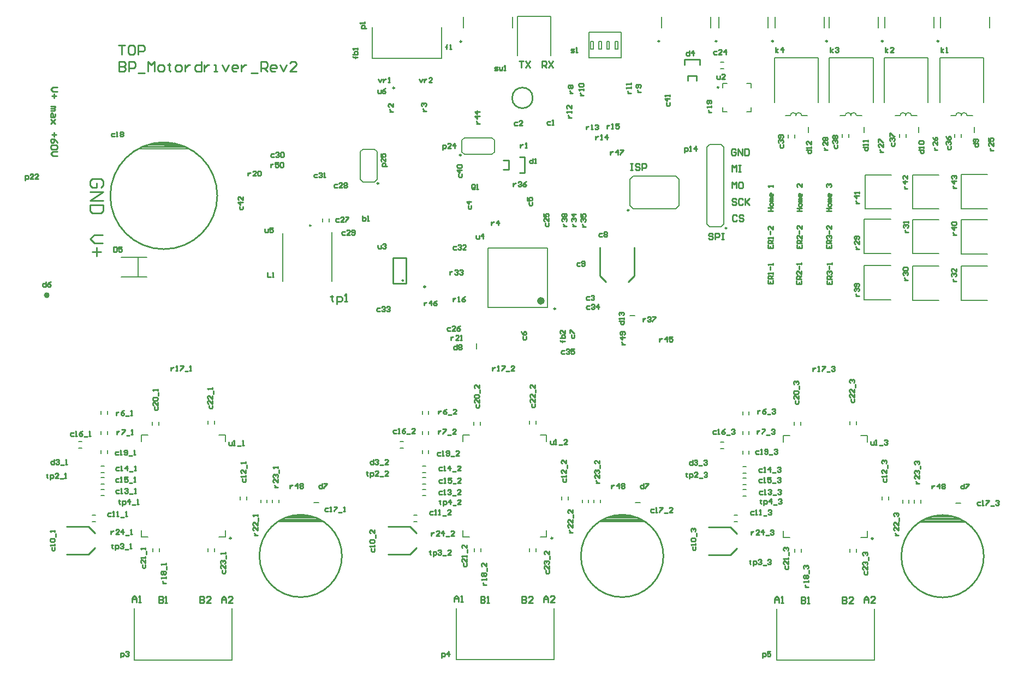
<source format=gto>
G04 Layer_Color=65535*
%FSLAX44Y44*%
%MOMM*%
G71*
G01*
G75*
%ADD52C,0.2540*%
%ADD67C,0.2500*%
%ADD68C,0.6000*%
%ADD69C,0.2000*%
%ADD70C,0.3000*%
%ADD71C,0.1500*%
D52*
X549740Y751560D02*
G03*
X549740Y751560I-1270J0D01*
G01*
X1089780Y682160D02*
G03*
X1089780Y682160I-1270J0D01*
G01*
X1488460Y172500D02*
G03*
X1488460Y172500I-64000J0D01*
G01*
X991460Y173000D02*
G03*
X991460Y173000I-64000J0D01*
G01*
X492800Y173000D02*
G03*
X492800Y173000I-64000J0D01*
G01*
X444500Y686000D02*
G03*
X444500Y686000I-1000J0D01*
G01*
X36349Y578000D02*
G03*
X36349Y578000I-1414J0D01*
G01*
X38097D02*
G03*
X38097Y578000I-3162J0D01*
G01*
X299500Y732500D02*
G03*
X299500Y732500I-83000J0D01*
G01*
X938130Y710060D02*
G03*
X938130Y710060I-1270J0D01*
G01*
X677630Y795530D02*
G03*
X677630Y795530I-1270J0D01*
G01*
X588000Y601000D02*
G03*
X588000Y601000I-1000J0D01*
G01*
X1316774Y200000D02*
G03*
X1316774Y200000I-1414J0D01*
G01*
X819774Y200500D02*
G03*
X819774Y200500I-1414J0D01*
G01*
X321114Y200500D02*
G03*
X321114Y200500I-1414J0D01*
G01*
X788780Y884440D02*
G03*
X788780Y884440I-16000J0D01*
G01*
X1074480Y972550D02*
G03*
X1074480Y972550I-1270J0D01*
G01*
X985580D02*
G03*
X985580Y972550I-1270J0D01*
G01*
X1162110D02*
G03*
X1162110Y972550I-1270J0D01*
G01*
X1245930D02*
G03*
X1245930Y972550I-1270J0D01*
G01*
X1332290D02*
G03*
X1332290Y972550I-1270J0D01*
G01*
X1418650D02*
G03*
X1418650Y972550I-1270J0D01*
G01*
X678270Y972000D02*
G03*
X678270Y972000I-1270J0D01*
G01*
X574414Y900000D02*
G03*
X574414Y900000I-1414J0D01*
G01*
X1095460Y218000D02*
X1105460Y208000D01*
X1061460Y218000D02*
X1095460D01*
Y175000D02*
X1105460Y185000D01*
X1061460Y175000D02*
X1095460Y175000D01*
X598460Y218500D02*
X608460Y208500D01*
X564460Y218500D02*
X598460Y218500D01*
Y175500D02*
X608460Y185500D01*
X564460Y175500D02*
X598460D01*
X99800Y218500D02*
X109800Y208500D01*
X65800Y218500D02*
X99800Y218500D01*
Y175500D02*
X109800Y185500D01*
X65800Y175500D02*
X99800Y175500D01*
X946000Y610000D02*
Y652000D01*
X893000Y609000D02*
Y652000D01*
X946000Y608000D02*
Y610000D01*
X937000Y599000D02*
X946000Y608000D01*
X893000D02*
Y609000D01*
Y608000D02*
X902000Y599000D01*
X743380Y787300D02*
X751380D01*
X743380Y773300D02*
X751380D01*
X768380Y768300D02*
X776380Y768300D01*
X768380Y792300D02*
X776380Y792300D01*
X1029000Y911000D02*
Y919000D01*
X1043000Y911000D02*
Y919000D01*
X1048000Y936000D02*
Y944000D01*
X1024000Y936000D02*
Y944000D01*
X572000Y596000D02*
X592000D01*
X572000Y636000D02*
X592000D01*
Y596000D02*
Y636000D01*
X572000Y596000D02*
Y636000D01*
X562999Y778000D02*
X555502D01*
Y781749D01*
X556751Y782998D01*
X559250D01*
X560500Y781749D01*
Y778000D01*
Y790496D02*
Y785498D01*
X555502Y790496D01*
X554252D01*
X553002Y789246D01*
Y786747D01*
X554252Y785498D01*
X553002Y797994D02*
Y792995D01*
X556751D01*
X555502Y795494D01*
Y796744D01*
X556751Y797994D01*
X559250D01*
X560500Y796744D01*
Y794245D01*
X559250Y792995D01*
X1024500Y799501D02*
Y806998D01*
X1028249D01*
X1029498Y805749D01*
Y803250D01*
X1028249Y802000D01*
X1024500D01*
X1031998D02*
X1034497D01*
X1033247D01*
Y809498D01*
X1031998Y808248D01*
X1041994Y802000D02*
Y809498D01*
X1038246Y805749D01*
X1043244D01*
X701502Y844500D02*
X706500D01*
X704001D01*
X702751Y845750D01*
X701502Y846999D01*
Y848249D01*
X706500Y855746D02*
X699002D01*
X702751Y851998D01*
Y856996D01*
X706500Y863244D02*
X699002D01*
X702751Y859495D01*
Y864494D01*
X548000Y896498D02*
Y892750D01*
X549250Y891500D01*
X552998D01*
Y896498D01*
X560496Y898998D02*
X557997Y897748D01*
X555498Y895249D01*
Y892750D01*
X556747Y891500D01*
X559246D01*
X560496Y892750D01*
Y893999D01*
X559246Y895249D01*
X555498D01*
X1172002Y811998D02*
Y808250D01*
X1173251Y807000D01*
X1175750D01*
X1177000Y808250D01*
Y811998D01*
X1170752Y814498D02*
X1169502Y815747D01*
Y818246D01*
X1170752Y819496D01*
X1172002D01*
X1173251Y818246D01*
Y816997D01*
Y818246D01*
X1174501Y819496D01*
X1175750D01*
X1177000Y818246D01*
Y815747D01*
X1175750Y814498D01*
Y821995D02*
X1177000Y823245D01*
Y825744D01*
X1175750Y826994D01*
X1170752D01*
X1169502Y825744D01*
Y823245D01*
X1170752Y821995D01*
X1172002D01*
X1173251Y823245D01*
Y826994D01*
X1256502Y811498D02*
Y807750D01*
X1257751Y806500D01*
X1260250D01*
X1261500Y807750D01*
Y811498D01*
X1255252Y813998D02*
X1254002Y815247D01*
Y817746D01*
X1255252Y818996D01*
X1256502D01*
X1257751Y817746D01*
Y816497D01*
Y817746D01*
X1259001Y818996D01*
X1260250D01*
X1261500Y817746D01*
Y815247D01*
X1260250Y813998D01*
X1255252Y821495D02*
X1254002Y822745D01*
Y825244D01*
X1255252Y826494D01*
X1256502D01*
X1257751Y825244D01*
X1259001Y826494D01*
X1260250D01*
X1261500Y825244D01*
Y822745D01*
X1260250Y821495D01*
X1259001D01*
X1257751Y822745D01*
X1256502Y821495D01*
X1255252D01*
X1257751Y822745D02*
Y825244D01*
X1345002Y814998D02*
Y811250D01*
X1346251Y810000D01*
X1348750D01*
X1350000Y811250D01*
Y814998D01*
X1343752Y817498D02*
X1342502Y818747D01*
Y821246D01*
X1343752Y822496D01*
X1345002D01*
X1346251Y821246D01*
Y819997D01*
Y821246D01*
X1347501Y822496D01*
X1348750D01*
X1350000Y821246D01*
Y818747D01*
X1348750Y817498D01*
X1342502Y824995D02*
Y829994D01*
X1343752D01*
X1348750Y824995D01*
X1350000D01*
X1432002Y809498D02*
Y805750D01*
X1433251Y804500D01*
X1435750D01*
X1437000Y805750D01*
Y809498D01*
X1430752Y811998D02*
X1429502Y813247D01*
Y815746D01*
X1430752Y816996D01*
X1432002D01*
X1433251Y815746D01*
Y814497D01*
Y815746D01*
X1434501Y816996D01*
X1435750D01*
X1437000Y815746D01*
Y813247D01*
X1435750Y811998D01*
X1429502Y824494D02*
X1430752Y821994D01*
X1433251Y819495D01*
X1435750D01*
X1437000Y820745D01*
Y823244D01*
X1435750Y824494D01*
X1434501D01*
X1433251Y823244D01*
Y819495D01*
X551998Y557998D02*
X548250D01*
X547000Y556749D01*
Y554250D01*
X548250Y553000D01*
X551998D01*
X554498Y559248D02*
X555747Y560498D01*
X558246D01*
X559496Y559248D01*
Y557998D01*
X558246Y556749D01*
X556997D01*
X558246D01*
X559496Y555499D01*
Y554250D01*
X558246Y553000D01*
X555747D01*
X554498Y554250D01*
X561995Y559248D02*
X563245Y560498D01*
X565744D01*
X566994Y559248D01*
Y557998D01*
X565744Y556749D01*
X564494D01*
X565744D01*
X566994Y555499D01*
Y554250D01*
X565744Y553000D01*
X563245D01*
X561995Y554250D01*
X1441002Y744000D02*
X1446000D01*
X1443501D01*
X1442251Y745250D01*
X1441002Y746499D01*
Y747749D01*
X1446000Y755246D02*
X1438502D01*
X1442251Y751498D01*
Y756496D01*
X1439752Y758995D02*
X1438502Y760245D01*
Y762744D01*
X1439752Y763994D01*
X1441002D01*
X1442251Y762744D01*
Y761494D01*
Y762744D01*
X1443501Y763994D01*
X1444750D01*
X1446000Y762744D01*
Y760245D01*
X1444750Y758995D01*
X1365002Y743500D02*
X1370000D01*
X1367501D01*
X1366251Y744750D01*
X1365002Y745999D01*
Y747249D01*
X1370000Y754746D02*
X1362502D01*
X1366251Y750998D01*
Y755996D01*
X1370000Y763494D02*
Y758495D01*
X1365002Y763494D01*
X1363752D01*
X1362502Y762244D01*
Y759745D01*
X1363752Y758495D01*
X1290002Y721000D02*
X1295000D01*
X1292501D01*
X1291251Y722250D01*
X1290002Y723499D01*
Y724749D01*
X1295000Y732246D02*
X1287502D01*
X1291251Y728498D01*
Y733496D01*
X1295000Y735995D02*
Y738494D01*
Y737245D01*
X1287502D01*
X1288752Y735995D01*
X1441002Y672000D02*
X1446000D01*
X1443501D01*
X1442251Y673250D01*
X1441002Y674499D01*
Y675749D01*
X1446000Y683246D02*
X1438502D01*
X1442251Y679498D01*
Y684496D01*
X1439752Y686995D02*
X1438502Y688245D01*
Y690744D01*
X1439752Y691994D01*
X1444750D01*
X1446000Y690744D01*
Y688245D01*
X1444750Y686995D01*
X1439752D01*
X1440502Y599500D02*
X1445500D01*
X1443001D01*
X1441751Y600750D01*
X1440502Y601999D01*
Y603249D01*
X1439252Y606998D02*
X1438002Y608247D01*
Y610746D01*
X1439252Y611996D01*
X1440502D01*
X1441751Y610746D01*
Y609497D01*
Y610746D01*
X1443001Y611996D01*
X1444250D01*
X1445500Y610746D01*
Y608247D01*
X1444250Y606998D01*
X1445500Y619494D02*
Y614495D01*
X1440502Y619494D01*
X1439252D01*
X1438002Y618244D01*
Y615745D01*
X1439252Y614495D01*
X1366002Y675500D02*
X1371000D01*
X1368501D01*
X1367251Y676750D01*
X1366002Y677999D01*
Y679249D01*
X1364752Y682998D02*
X1363502Y684247D01*
Y686746D01*
X1364752Y687996D01*
X1366002D01*
X1367251Y686746D01*
Y685497D01*
Y686746D01*
X1368501Y687996D01*
X1369750D01*
X1371000Y686746D01*
Y684247D01*
X1369750Y682998D01*
X1371000Y690495D02*
Y692994D01*
Y691745D01*
X1363502D01*
X1364752Y690495D01*
X1365502Y601500D02*
X1370500D01*
X1368001D01*
X1366751Y602750D01*
X1365502Y603999D01*
Y605249D01*
X1364252Y608998D02*
X1363002Y610247D01*
Y612746D01*
X1364252Y613996D01*
X1365502D01*
X1366751Y612746D01*
Y611497D01*
Y612746D01*
X1368001Y613996D01*
X1369250D01*
X1370500Y612746D01*
Y610247D01*
X1369250Y608998D01*
X1364252Y616495D02*
X1363002Y617745D01*
Y620244D01*
X1364252Y621494D01*
X1369250D01*
X1370500Y620244D01*
Y617745D01*
X1369250Y616495D01*
X1364252D01*
X1290002Y650000D02*
X1295000D01*
X1292501D01*
X1291251Y651250D01*
X1290002Y652499D01*
Y653749D01*
X1295000Y662496D02*
Y657498D01*
X1290002Y662496D01*
X1288752D01*
X1287502Y661246D01*
Y658747D01*
X1288752Y657498D01*
X1293750Y664995D02*
X1295000Y666245D01*
Y668744D01*
X1293750Y669994D01*
X1288752D01*
X1287502Y668744D01*
Y666245D01*
X1288752Y664995D01*
X1290002D01*
X1291251Y666245D01*
Y669994D01*
X815998Y847998D02*
X812250D01*
X811000Y846749D01*
Y844250D01*
X812250Y843000D01*
X815998D01*
X818498D02*
X820997D01*
X819747D01*
Y850498D01*
X818498Y849248D01*
X764998Y846498D02*
X761250D01*
X760000Y845249D01*
Y842750D01*
X761250Y841500D01*
X764998D01*
X772496D02*
X767498D01*
X772496Y846498D01*
Y847748D01*
X771246Y848998D01*
X768747D01*
X767498Y847748D01*
X876498Y575498D02*
X872750D01*
X871500Y574249D01*
Y571750D01*
X872750Y570500D01*
X876498D01*
X878998Y576748D02*
X880247Y577998D01*
X882746D01*
X883996Y576748D01*
Y575498D01*
X882746Y574249D01*
X881497D01*
X882746D01*
X883996Y572999D01*
Y571750D01*
X882746Y570500D01*
X880247D01*
X878998Y571750D01*
X688502Y716998D02*
Y713250D01*
X689751Y712000D01*
X692250D01*
X693500Y713250D01*
Y716998D01*
Y723246D02*
X686002D01*
X689751Y719498D01*
Y724496D01*
X783002Y722498D02*
Y718750D01*
X784251Y717500D01*
X786750D01*
X788000Y718750D01*
Y722498D01*
X780502Y729996D02*
Y724998D01*
X784251D01*
X783002Y727497D01*
Y728746D01*
X784251Y729996D01*
X786750D01*
X788000Y728746D01*
Y726247D01*
X786750Y724998D01*
X773502Y513998D02*
Y510250D01*
X774751Y509000D01*
X777250D01*
X778500Y510250D01*
Y513998D01*
X771002Y521496D02*
X772252Y518997D01*
X774751Y516498D01*
X777250D01*
X778500Y517747D01*
Y520246D01*
X777250Y521496D01*
X776001D01*
X774751Y520246D01*
Y516498D01*
X848502Y516498D02*
Y512750D01*
X849751Y511500D01*
X852250D01*
X853500Y512750D01*
Y516498D01*
X846002Y518998D02*
Y523996D01*
X847252D01*
X852250Y518998D01*
X853500D01*
X896498Y673998D02*
X892750D01*
X891500Y672749D01*
Y670250D01*
X892750Y669000D01*
X896498D01*
X898998Y675248D02*
X900247Y676498D01*
X902746D01*
X903996Y675248D01*
Y673998D01*
X902746Y672749D01*
X903996Y671499D01*
Y670250D01*
X902746Y669000D01*
X900247D01*
X898998Y670250D01*
Y671499D01*
X900247Y672749D01*
X898998Y673998D01*
Y675248D01*
X900247Y672749D02*
X902746D01*
X861998Y628498D02*
X858250D01*
X857000Y627249D01*
Y624750D01*
X858250Y623500D01*
X861998D01*
X864498Y624750D02*
X865747Y623500D01*
X868246D01*
X869496Y624750D01*
Y629748D01*
X868246Y630998D01*
X865747D01*
X864498Y629748D01*
Y628498D01*
X865747Y627249D01*
X869496D01*
X42502Y186498D02*
Y182750D01*
X43751Y181500D01*
X46250D01*
X47500Y182750D01*
Y186498D01*
Y188998D02*
Y191497D01*
Y190247D01*
X40002D01*
X41252Y188998D01*
Y195246D02*
X40002Y196495D01*
Y198994D01*
X41252Y200244D01*
X46250D01*
X47500Y198994D01*
Y196495D01*
X46250Y195246D01*
X41252D01*
X48750Y202743D02*
Y207742D01*
X47500Y210241D02*
Y212740D01*
Y211490D01*
X40002D01*
X41252Y210241D01*
X538502Y184498D02*
Y180750D01*
X539751Y179500D01*
X542250D01*
X543500Y180750D01*
Y184498D01*
Y186998D02*
Y189497D01*
Y188247D01*
X536002D01*
X537252Y186998D01*
Y193246D02*
X536002Y194495D01*
Y196994D01*
X537252Y198244D01*
X542250D01*
X543500Y196994D01*
Y194495D01*
X542250Y193246D01*
X537252D01*
X544750Y200743D02*
Y205742D01*
X543500Y213239D02*
Y208241D01*
X538502Y213239D01*
X537252D01*
X536002Y211990D01*
Y209490D01*
X537252Y208241D01*
X1036502Y186998D02*
Y183250D01*
X1037751Y182000D01*
X1040250D01*
X1041500Y183250D01*
Y186998D01*
Y189498D02*
Y191997D01*
Y190747D01*
X1034002D01*
X1035252Y189498D01*
Y195746D02*
X1034002Y196995D01*
Y199494D01*
X1035252Y200744D01*
X1040250D01*
X1041500Y199494D01*
Y196995D01*
X1040250Y195746D01*
X1035252D01*
X1042750Y203243D02*
Y208242D01*
X1035252Y210741D02*
X1034002Y211990D01*
Y214490D01*
X1035252Y215739D01*
X1036502D01*
X1037751Y214490D01*
Y213240D01*
Y214490D01*
X1039001Y215739D01*
X1040250D01*
X1041500Y214490D01*
Y211990D01*
X1040250Y210741D01*
X134498Y239498D02*
X130750D01*
X129500Y238249D01*
Y235750D01*
X130750Y234500D01*
X134498D01*
X136998D02*
X139497D01*
X138247D01*
Y241998D01*
X136998Y240748D01*
X143246Y234500D02*
X145745D01*
X144495D01*
Y241998D01*
X143246Y240748D01*
X149494Y233250D02*
X154492D01*
X156991Y234500D02*
X159490D01*
X158241D01*
Y241998D01*
X156991Y240748D01*
X633958Y241998D02*
X630210D01*
X628960Y240749D01*
Y238250D01*
X630210Y237000D01*
X633958D01*
X636458D02*
X638957D01*
X637707D01*
Y244498D01*
X636458Y243248D01*
X642706Y237000D02*
X645205D01*
X643955D01*
Y244498D01*
X642706Y243248D01*
X648954Y235750D02*
X653952D01*
X661450Y237000D02*
X656451D01*
X661450Y241998D01*
Y243248D01*
X660200Y244498D01*
X657701D01*
X656451Y243248D01*
X1131498Y242038D02*
X1127750D01*
X1126500Y240789D01*
Y238290D01*
X1127750Y237040D01*
X1131498D01*
X1133998D02*
X1136497D01*
X1135247D01*
Y244538D01*
X1133998Y243288D01*
X1140246Y237040D02*
X1142745D01*
X1141495D01*
Y244538D01*
X1140246Y243288D01*
X1146494Y235790D02*
X1151492D01*
X1153991Y243288D02*
X1155241Y244538D01*
X1157740D01*
X1158990Y243288D01*
Y242038D01*
X1157740Y240789D01*
X1156490D01*
X1157740D01*
X1158990Y239539D01*
Y238290D01*
X1157740Y237040D01*
X1155241D01*
X1153991Y238290D01*
X338502Y292998D02*
Y289250D01*
X339751Y288000D01*
X342250D01*
X343500Y289250D01*
Y292998D01*
Y295498D02*
Y297997D01*
Y296747D01*
X336002D01*
X337252Y295498D01*
X343500Y306744D02*
Y301746D01*
X338502Y306744D01*
X337252D01*
X336002Y305494D01*
Y302995D01*
X337252Y301746D01*
X344750Y309243D02*
Y314242D01*
X343500Y316741D02*
Y319240D01*
Y317990D01*
X336002D01*
X337252Y316741D01*
X835502Y292998D02*
Y289250D01*
X836751Y288000D01*
X839250D01*
X840500Y289250D01*
Y292998D01*
Y295498D02*
Y297997D01*
Y296747D01*
X833002D01*
X834252Y295498D01*
X840500Y306744D02*
Y301746D01*
X835502Y306744D01*
X834252D01*
X833002Y305494D01*
Y302995D01*
X834252Y301746D01*
X841750Y309243D02*
Y314242D01*
X840500Y321739D02*
Y316741D01*
X835502Y321739D01*
X834252D01*
X833002Y320490D01*
Y317990D01*
X834252Y316741D01*
X1332502Y292998D02*
Y289250D01*
X1333751Y288000D01*
X1336250D01*
X1337500Y289250D01*
Y292998D01*
Y295498D02*
Y297997D01*
Y296747D01*
X1330002D01*
X1331252Y295498D01*
X1337500Y306744D02*
Y301746D01*
X1332502Y306744D01*
X1331252D01*
X1330002Y305494D01*
Y302995D01*
X1331252Y301746D01*
X1338750Y309243D02*
Y314242D01*
X1331252Y316741D02*
X1330002Y317990D01*
Y320490D01*
X1331252Y321739D01*
X1332502D01*
X1333751Y320490D01*
Y319240D01*
Y320490D01*
X1335001Y321739D01*
X1336250D01*
X1337500Y320490D01*
Y317990D01*
X1336250Y316741D01*
X146998Y275498D02*
X143250D01*
X142000Y274249D01*
Y271750D01*
X143250Y270500D01*
X146998D01*
X149498D02*
X151997D01*
X150747D01*
Y277998D01*
X149498Y276748D01*
X155746D02*
X156995Y277998D01*
X159494D01*
X160744Y276748D01*
Y275498D01*
X159494Y274249D01*
X158245D01*
X159494D01*
X160744Y272999D01*
Y271750D01*
X159494Y270500D01*
X156995D01*
X155746Y271750D01*
X163243Y269250D02*
X168242D01*
X170741Y270500D02*
X173240D01*
X171990D01*
Y277998D01*
X170741Y276748D01*
X647998Y273498D02*
X644250D01*
X643000Y272249D01*
Y269750D01*
X644250Y268500D01*
X647998D01*
X650498D02*
X652997D01*
X651747D01*
Y275998D01*
X650498Y274748D01*
X656746D02*
X657995Y275998D01*
X660494D01*
X661744Y274748D01*
Y273498D01*
X660494Y272249D01*
X659245D01*
X660494D01*
X661744Y270999D01*
Y269750D01*
X660494Y268500D01*
X657995D01*
X656746Y269750D01*
X664243Y267250D02*
X669242D01*
X676739Y268500D02*
X671741D01*
X676739Y273498D01*
Y274748D01*
X675490Y275998D01*
X672990D01*
X671741Y274748D01*
X1144998Y273998D02*
X1141250D01*
X1140000Y272749D01*
Y270250D01*
X1141250Y269000D01*
X1144998D01*
X1147498D02*
X1149997D01*
X1148747D01*
Y276498D01*
X1147498Y275248D01*
X1153746D02*
X1154995Y276498D01*
X1157494D01*
X1158744Y275248D01*
Y273998D01*
X1157494Y272749D01*
X1156245D01*
X1157494D01*
X1158744Y271499D01*
Y270250D01*
X1157494Y269000D01*
X1154995D01*
X1153746Y270250D01*
X1161243Y267750D02*
X1166242D01*
X1168741Y275248D02*
X1169990Y276498D01*
X1172490D01*
X1173739Y275248D01*
Y273998D01*
X1172490Y272749D01*
X1171240D01*
X1172490D01*
X1173739Y271499D01*
Y270250D01*
X1172490Y269000D01*
X1169990D01*
X1168741Y270250D01*
X146998Y310498D02*
X143250D01*
X142000Y309249D01*
Y306750D01*
X143250Y305500D01*
X146998D01*
X149498D02*
X151997D01*
X150747D01*
Y312998D01*
X149498Y311748D01*
X159494Y305500D02*
Y312998D01*
X155746Y309249D01*
X160744D01*
X163243Y304250D02*
X168242D01*
X170741Y305500D02*
X173240D01*
X171990D01*
Y312998D01*
X170741Y311748D01*
X647998Y310498D02*
X644250D01*
X643000Y309249D01*
Y306750D01*
X644250Y305500D01*
X647998D01*
X650498D02*
X652997D01*
X651747D01*
Y312998D01*
X650498Y311748D01*
X660494Y305500D02*
Y312998D01*
X656746Y309249D01*
X661744D01*
X664243Y304250D02*
X669242D01*
X676739Y305500D02*
X671741D01*
X676739Y310498D01*
Y311748D01*
X675490Y312998D01*
X672990D01*
X671741Y311748D01*
X1144498Y308498D02*
X1140750D01*
X1139500Y307249D01*
Y304750D01*
X1140750Y303500D01*
X1144498D01*
X1146998D02*
X1149497D01*
X1148247D01*
Y310998D01*
X1146998Y309748D01*
X1156994Y303500D02*
Y310998D01*
X1153246Y307249D01*
X1158244D01*
X1160743Y302250D02*
X1165742D01*
X1168241Y309748D02*
X1169490Y310998D01*
X1171990D01*
X1173239Y309748D01*
Y308498D01*
X1171990Y307249D01*
X1170740D01*
X1171990D01*
X1173239Y305999D01*
Y304750D01*
X1171990Y303500D01*
X1169490D01*
X1168241Y304750D01*
X146498Y292998D02*
X142750D01*
X141500Y291749D01*
Y289250D01*
X142750Y288000D01*
X146498D01*
X148998D02*
X151497D01*
X150247D01*
Y295498D01*
X148998Y294248D01*
X160244Y295498D02*
X155246D01*
Y291749D01*
X157745Y292998D01*
X158994D01*
X160244Y291749D01*
Y289250D01*
X158994Y288000D01*
X156495D01*
X155246Y289250D01*
X162743Y286750D02*
X167742D01*
X170241Y288000D02*
X172740D01*
X171490D01*
Y295498D01*
X170241Y294248D01*
X648498Y291498D02*
X644750D01*
X643500Y290249D01*
Y287750D01*
X644750Y286500D01*
X648498D01*
X650998D02*
X653497D01*
X652247D01*
Y293998D01*
X650998Y292748D01*
X662244Y293998D02*
X657246D01*
Y290249D01*
X659745Y291498D01*
X660994D01*
X662244Y290249D01*
Y287750D01*
X660994Y286500D01*
X658495D01*
X657246Y287750D01*
X664743Y285250D02*
X669742D01*
X677239Y286500D02*
X672241D01*
X677239Y291498D01*
Y292748D01*
X675990Y293998D01*
X673490D01*
X672241Y292748D01*
X1144424Y292329D02*
X1140675D01*
X1139425Y291080D01*
Y288580D01*
X1140675Y287331D01*
X1144424D01*
X1146923D02*
X1149422D01*
X1148173D01*
Y294828D01*
X1146923Y293579D01*
X1158169Y294828D02*
X1153171D01*
Y291080D01*
X1155670Y292329D01*
X1156920D01*
X1158169Y291080D01*
Y288580D01*
X1156920Y287331D01*
X1154421D01*
X1153171Y288580D01*
X1160669Y286081D02*
X1165667D01*
X1168166Y293579D02*
X1169416Y294828D01*
X1171915D01*
X1173165Y293579D01*
Y292329D01*
X1171915Y291080D01*
X1170665D01*
X1171915D01*
X1173165Y289830D01*
Y288580D01*
X1171915Y287331D01*
X1169416D01*
X1168166Y288580D01*
X76498Y364498D02*
X72750D01*
X71500Y363249D01*
Y360750D01*
X72750Y359500D01*
X76498D01*
X78998D02*
X81497D01*
X80247D01*
Y366998D01*
X78998Y365748D01*
X90244Y366998D02*
X87745Y365748D01*
X85246Y363249D01*
Y360750D01*
X86495Y359500D01*
X88994D01*
X90244Y360750D01*
Y361999D01*
X88994Y363249D01*
X85246D01*
X92743Y358250D02*
X97742D01*
X100241Y359500D02*
X102740D01*
X101490D01*
Y366998D01*
X100241Y365748D01*
X577260Y368726D02*
X573512D01*
X572262Y367477D01*
Y364978D01*
X573512Y363728D01*
X577260D01*
X579760D02*
X582259D01*
X581009D01*
Y371226D01*
X579760Y369976D01*
X591006Y371226D02*
X588507Y369976D01*
X586008Y367477D01*
Y364978D01*
X587257Y363728D01*
X589756D01*
X591006Y364978D01*
Y366227D01*
X589756Y367477D01*
X586008D01*
X593505Y362478D02*
X598504D01*
X606001Y363728D02*
X601003D01*
X606001Y368726D01*
Y369976D01*
X604752Y371226D01*
X602252D01*
X601003Y369976D01*
X1072998Y367498D02*
X1069250D01*
X1068000Y366249D01*
Y363750D01*
X1069250Y362500D01*
X1072998D01*
X1075498D02*
X1077997D01*
X1076747D01*
Y369998D01*
X1075498Y368748D01*
X1086744Y369998D02*
X1084245Y368748D01*
X1081746Y366249D01*
Y363750D01*
X1082995Y362500D01*
X1085494D01*
X1086744Y363750D01*
Y364999D01*
X1085494Y366249D01*
X1081746D01*
X1089243Y361250D02*
X1094242D01*
X1096741Y368748D02*
X1097990Y369998D01*
X1100490D01*
X1101739Y368748D01*
Y367498D01*
X1100490Y366249D01*
X1099240D01*
X1100490D01*
X1101739Y364999D01*
Y363750D01*
X1100490Y362500D01*
X1097990D01*
X1096741Y363750D01*
X145998Y334998D02*
X142250D01*
X141000Y333749D01*
Y331250D01*
X142250Y330000D01*
X145998D01*
X148498D02*
X150997D01*
X149747D01*
Y337498D01*
X148498Y336248D01*
X154746Y331250D02*
X155995Y330000D01*
X158494D01*
X159744Y331250D01*
Y336248D01*
X158494Y337498D01*
X155995D01*
X154746Y336248D01*
Y334998D01*
X155995Y333749D01*
X159744D01*
X162243Y328750D02*
X167242D01*
X169741Y330000D02*
X172240D01*
X170990D01*
Y337498D01*
X169741Y336248D01*
X645498Y333998D02*
X641750D01*
X640500Y332749D01*
Y330250D01*
X641750Y329000D01*
X645498D01*
X647998D02*
X650497D01*
X649247D01*
Y336498D01*
X647998Y335248D01*
X654246Y330250D02*
X655495Y329000D01*
X657994D01*
X659244Y330250D01*
Y335248D01*
X657994Y336498D01*
X655495D01*
X654246Y335248D01*
Y333998D01*
X655495Y332749D01*
X659244D01*
X661743Y327750D02*
X666742D01*
X674239Y329000D02*
X669241D01*
X674239Y333998D01*
Y335248D01*
X672990Y336498D01*
X670490D01*
X669241Y335248D01*
X1139498Y336498D02*
X1135750D01*
X1134500Y335249D01*
Y332750D01*
X1135750Y331500D01*
X1139498D01*
X1141998D02*
X1144497D01*
X1143247D01*
Y338998D01*
X1141998Y337748D01*
X1148246Y332750D02*
X1149495Y331500D01*
X1151994D01*
X1153244Y332750D01*
Y337748D01*
X1151994Y338998D01*
X1149495D01*
X1148246Y337748D01*
Y336498D01*
X1149495Y335249D01*
X1153244D01*
X1155743Y330250D02*
X1160742D01*
X1163241Y337748D02*
X1164490Y338998D01*
X1166990D01*
X1168239Y337748D01*
Y336498D01*
X1166990Y335249D01*
X1165740D01*
X1166990D01*
X1168239Y333999D01*
Y332750D01*
X1166990Y331500D01*
X1164490D01*
X1163241Y332750D01*
X202002Y404498D02*
Y400750D01*
X203251Y399500D01*
X205750D01*
X207000Y400750D01*
Y404498D01*
Y411996D02*
Y406998D01*
X202002Y411996D01*
X200752D01*
X199502Y410746D01*
Y408247D01*
X200752Y406998D01*
Y414495D02*
X199502Y415745D01*
Y418244D01*
X200752Y419494D01*
X205750D01*
X207000Y418244D01*
Y415745D01*
X205750Y414495D01*
X200752D01*
X208250Y421993D02*
Y426991D01*
X207000Y429490D02*
Y431990D01*
Y430740D01*
X199502D01*
X200752Y429490D01*
X700502Y408498D02*
Y404750D01*
X701751Y403500D01*
X704250D01*
X705500Y404750D01*
Y408498D01*
Y415996D02*
Y410998D01*
X700502Y415996D01*
X699252D01*
X698002Y414746D01*
Y412247D01*
X699252Y410998D01*
Y418495D02*
X698002Y419745D01*
Y422244D01*
X699252Y423494D01*
X704250D01*
X705500Y422244D01*
Y419745D01*
X704250Y418495D01*
X699252D01*
X706750Y425993D02*
Y430991D01*
X705500Y438489D02*
Y433490D01*
X700502Y438489D01*
X699252D01*
X698002Y437239D01*
Y434740D01*
X699252Y433490D01*
X1196002Y414498D02*
Y410750D01*
X1197251Y409500D01*
X1199750D01*
X1201000Y410750D01*
Y414498D01*
Y421996D02*
Y416998D01*
X1196002Y421996D01*
X1194752D01*
X1193502Y420746D01*
Y418247D01*
X1194752Y416998D01*
Y424495D02*
X1193502Y425745D01*
Y428244D01*
X1194752Y429494D01*
X1199750D01*
X1201000Y428244D01*
Y425745D01*
X1199750Y424495D01*
X1194752D01*
X1202250Y431993D02*
Y436991D01*
X1194752Y439490D02*
X1193502Y440740D01*
Y443239D01*
X1194752Y444489D01*
X1196002D01*
X1197251Y443239D01*
Y441990D01*
Y443239D01*
X1198501Y444489D01*
X1199750D01*
X1201000Y443239D01*
Y440740D01*
X1199750Y439490D01*
X183002Y159498D02*
Y155750D01*
X184251Y154500D01*
X186750D01*
X188000Y155750D01*
Y159498D01*
Y166996D02*
Y161998D01*
X183002Y166996D01*
X181752D01*
X180502Y165746D01*
Y163247D01*
X181752Y161998D01*
X188000Y169495D02*
Y171994D01*
Y170745D01*
X180502D01*
X181752Y169495D01*
X189250Y175743D02*
Y180742D01*
X188000Y183241D02*
Y185740D01*
Y184490D01*
X180502D01*
X181752Y183241D01*
X681002Y161498D02*
Y157750D01*
X682251Y156500D01*
X684750D01*
X686000Y157750D01*
Y161498D01*
Y168996D02*
Y163998D01*
X681002Y168996D01*
X679752D01*
X678502Y167746D01*
Y165247D01*
X679752Y163998D01*
X686000Y171495D02*
Y173994D01*
Y172745D01*
X678502D01*
X679752Y171495D01*
X687250Y177743D02*
Y182742D01*
X686000Y190239D02*
Y185241D01*
X681002Y190239D01*
X679752D01*
X678502Y188990D01*
Y186490D01*
X679752Y185241D01*
X1180002Y157498D02*
Y153750D01*
X1181251Y152500D01*
X1183750D01*
X1185000Y153750D01*
Y157498D01*
Y164996D02*
Y159998D01*
X1180002Y164996D01*
X1178752D01*
X1177502Y163746D01*
Y161247D01*
X1178752Y159998D01*
X1185000Y167495D02*
Y169994D01*
Y168745D01*
X1177502D01*
X1178752Y167495D01*
X1186250Y173743D02*
Y178742D01*
X1178752Y181241D02*
X1177502Y182490D01*
Y184990D01*
X1178752Y186239D01*
X1180002D01*
X1181251Y184990D01*
Y183740D01*
Y184990D01*
X1182501Y186239D01*
X1183750D01*
X1185000Y184990D01*
Y182490D01*
X1183750Y181241D01*
X287002Y406998D02*
Y403250D01*
X288251Y402000D01*
X290750D01*
X292000Y403250D01*
Y406998D01*
Y414496D02*
Y409498D01*
X287002Y414496D01*
X285752D01*
X284502Y413246D01*
Y410747D01*
X285752Y409498D01*
X292000Y421994D02*
Y416995D01*
X287002Y421994D01*
X285752D01*
X284502Y420744D01*
Y418245D01*
X285752Y416995D01*
X293250Y424493D02*
Y429491D01*
X292000Y431990D02*
Y434490D01*
Y433240D01*
X284502D01*
X285752Y431990D01*
X787002Y408998D02*
Y405250D01*
X788251Y404000D01*
X790750D01*
X792000Y405250D01*
Y408998D01*
Y416496D02*
Y411498D01*
X787002Y416496D01*
X785752D01*
X784502Y415246D01*
Y412747D01*
X785752Y411498D01*
X792000Y423994D02*
Y418995D01*
X787002Y423994D01*
X785752D01*
X784502Y422744D01*
Y420245D01*
X785752Y418995D01*
X793250Y426493D02*
Y431491D01*
X792000Y438989D02*
Y433990D01*
X787002Y438989D01*
X785752D01*
X784502Y437739D01*
Y435240D01*
X785752Y433990D01*
X1282502Y416998D02*
Y413250D01*
X1283751Y412000D01*
X1286250D01*
X1287500Y413250D01*
Y416998D01*
Y424496D02*
Y419498D01*
X1282502Y424496D01*
X1281252D01*
X1280002Y423246D01*
Y420747D01*
X1281252Y419498D01*
X1287500Y431994D02*
Y426995D01*
X1282502Y431994D01*
X1281252D01*
X1280002Y430744D01*
Y428245D01*
X1281252Y426995D01*
X1288750Y434493D02*
Y439491D01*
X1281252Y441990D02*
X1280002Y443240D01*
Y445739D01*
X1281252Y446989D01*
X1282502D01*
X1283751Y445739D01*
Y444490D01*
Y445739D01*
X1285001Y446989D01*
X1286250D01*
X1287500Y445739D01*
Y443240D01*
X1286250Y441990D01*
X307002Y150998D02*
Y147250D01*
X308251Y146000D01*
X310750D01*
X312000Y147250D01*
Y150998D01*
Y158496D02*
Y153498D01*
X307002Y158496D01*
X305752D01*
X304502Y157246D01*
Y154747D01*
X305752Y153498D01*
Y160995D02*
X304502Y162245D01*
Y164744D01*
X305752Y165994D01*
X307002D01*
X308251Y164744D01*
Y163494D01*
Y164744D01*
X309501Y165994D01*
X310750D01*
X312000Y164744D01*
Y162245D01*
X310750Y160995D01*
X313250Y168493D02*
Y173491D01*
X312000Y175990D02*
Y178490D01*
Y177240D01*
X304502D01*
X305752Y175990D01*
X809002Y150498D02*
Y146750D01*
X810251Y145500D01*
X812750D01*
X814000Y146750D01*
Y150498D01*
Y157996D02*
Y152998D01*
X809002Y157996D01*
X807752D01*
X806502Y156746D01*
Y154247D01*
X807752Y152998D01*
Y160495D02*
X806502Y161745D01*
Y164244D01*
X807752Y165494D01*
X809002D01*
X810251Y164244D01*
Y162994D01*
Y164244D01*
X811501Y165494D01*
X812750D01*
X814000Y164244D01*
Y161745D01*
X812750Y160495D01*
X815250Y167993D02*
Y172991D01*
X814000Y180489D02*
Y175490D01*
X809002Y180489D01*
X807752D01*
X806502Y179239D01*
Y176740D01*
X807752Y175490D01*
X1303002Y148998D02*
Y145250D01*
X1304251Y144000D01*
X1306750D01*
X1308000Y145250D01*
Y148998D01*
Y156496D02*
Y151498D01*
X1303002Y156496D01*
X1301752D01*
X1300502Y155246D01*
Y152747D01*
X1301752Y151498D01*
Y158995D02*
X1300502Y160245D01*
Y162744D01*
X1301752Y163994D01*
X1303002D01*
X1304251Y162744D01*
Y161494D01*
Y162744D01*
X1305501Y163994D01*
X1306750D01*
X1308000Y162744D01*
Y160245D01*
X1306750Y158995D01*
X1309250Y166493D02*
Y171491D01*
X1301752Y173990D02*
X1300502Y175240D01*
Y177739D01*
X1301752Y178989D01*
X1303002D01*
X1304251Y177739D01*
Y176490D01*
Y177739D01*
X1305501Y178989D01*
X1306750D01*
X1308000Y177739D01*
Y175240D01*
X1306750Y173990D01*
X1074338Y956990D02*
X1070590D01*
X1069340Y955741D01*
Y953242D01*
X1070590Y951992D01*
X1074338D01*
X1081836D02*
X1076838D01*
X1081836Y956990D01*
Y958240D01*
X1080586Y959490D01*
X1078087D01*
X1076838Y958240D01*
X1088084Y951992D02*
Y959490D01*
X1084335Y955741D01*
X1089334D01*
X808502Y689998D02*
Y686250D01*
X809751Y685000D01*
X812250D01*
X813500Y686250D01*
Y689998D01*
Y697496D02*
Y692498D01*
X808502Y697496D01*
X807252D01*
X806002Y696246D01*
Y693747D01*
X807252Y692498D01*
X806002Y704994D02*
Y699995D01*
X809751D01*
X808502Y702494D01*
Y703744D01*
X809751Y704994D01*
X812250D01*
X813500Y703744D01*
Y701245D01*
X812250Y699995D01*
X660998Y527998D02*
X657250D01*
X656000Y526749D01*
Y524250D01*
X657250Y523000D01*
X660998D01*
X668496D02*
X663498D01*
X668496Y527998D01*
Y529248D01*
X667246Y530498D01*
X664747D01*
X663498Y529248D01*
X675994Y530498D02*
X673494Y529248D01*
X670995Y526749D01*
Y524250D01*
X672245Y523000D01*
X674744D01*
X675994Y524250D01*
Y525499D01*
X674744Y526749D01*
X670995D01*
X788998Y790498D02*
Y783000D01*
X785250D01*
X784000Y784250D01*
Y786749D01*
X785250Y787998D01*
X788998D01*
X791498Y783000D02*
X793997D01*
X792747D01*
Y790498D01*
X791498Y789248D01*
X46498Y322998D02*
Y315500D01*
X42750D01*
X41500Y316750D01*
Y319249D01*
X42750Y320498D01*
X46498D01*
X48998Y321748D02*
X50247Y322998D01*
X52746D01*
X53996Y321748D01*
Y320498D01*
X52746Y319249D01*
X51497D01*
X52746D01*
X53996Y317999D01*
Y316750D01*
X52746Y315500D01*
X50247D01*
X48998Y316750D01*
X56495Y314250D02*
X61494D01*
X63993Y315500D02*
X66492D01*
X65242D01*
Y322998D01*
X63993Y321748D01*
X541498Y322998D02*
Y315500D01*
X537750D01*
X536500Y316750D01*
Y319249D01*
X537750Y320498D01*
X541498D01*
X543998Y321748D02*
X545247Y322998D01*
X547746D01*
X548996Y321748D01*
Y320498D01*
X547746Y319249D01*
X546497D01*
X547746D01*
X548996Y317999D01*
Y316750D01*
X547746Y315500D01*
X545247D01*
X543998Y316750D01*
X551495Y314250D02*
X556494D01*
X563991Y315500D02*
X558993D01*
X563991Y320498D01*
Y321748D01*
X562742Y322998D01*
X560242D01*
X558993Y321748D01*
X1036498Y321998D02*
Y314500D01*
X1032750D01*
X1031500Y315750D01*
Y318249D01*
X1032750Y319498D01*
X1036498D01*
X1038998Y320748D02*
X1040247Y321998D01*
X1042746D01*
X1043996Y320748D01*
Y319498D01*
X1042746Y318249D01*
X1041497D01*
X1042746D01*
X1043996Y316999D01*
Y315750D01*
X1042746Y314500D01*
X1040247D01*
X1038998Y315750D01*
X1046495Y313250D02*
X1051494D01*
X1053993Y320748D02*
X1055242Y321998D01*
X1057742D01*
X1058991Y320748D01*
Y319498D01*
X1057742Y318249D01*
X1056492D01*
X1057742D01*
X1058991Y316999D01*
Y315750D01*
X1057742Y314500D01*
X1055242D01*
X1053993Y315750D01*
X1031498Y957998D02*
Y950500D01*
X1027750D01*
X1026500Y951750D01*
Y954249D01*
X1027750Y955498D01*
X1031498D01*
X1037746Y950500D02*
Y957998D01*
X1033998Y954249D01*
X1038996D01*
X1472002Y813498D02*
X1479500D01*
Y809750D01*
X1478250Y808500D01*
X1475751D01*
X1474502Y809750D01*
Y813498D01*
X1478250Y815998D02*
X1479500Y817247D01*
Y819746D01*
X1478250Y820996D01*
X1473252D01*
X1472002Y819746D01*
Y817247D01*
X1473252Y815998D01*
X1474502D01*
X1475751Y817247D01*
Y820996D01*
X1387502Y803998D02*
X1395000D01*
Y800250D01*
X1393750Y799000D01*
X1391251D01*
X1390002Y800250D01*
Y803998D01*
X1395000Y806498D02*
Y808997D01*
Y807747D01*
X1387502D01*
X1388752Y806498D01*
Y812746D02*
X1387502Y813995D01*
Y816494D01*
X1388752Y817744D01*
X1393750D01*
X1395000Y816494D01*
Y813995D01*
X1393750Y812746D01*
X1388752D01*
X1301002Y807998D02*
X1308500D01*
Y804250D01*
X1307250Y803000D01*
X1304751D01*
X1303502Y804250D01*
Y807998D01*
X1308500Y810498D02*
Y812997D01*
Y811747D01*
X1301002D01*
X1302252Y810498D01*
X1308500Y816746D02*
Y819245D01*
Y817995D01*
X1301002D01*
X1302252Y816746D01*
X1213002Y803498D02*
X1220500D01*
Y799750D01*
X1219250Y798500D01*
X1216751D01*
X1215502Y799750D01*
Y803498D01*
X1220500Y805998D02*
Y808497D01*
Y807247D01*
X1213002D01*
X1214252Y805998D01*
X1220500Y817244D02*
Y812246D01*
X1215502Y817244D01*
X1214252D01*
X1213002Y815994D01*
Y813495D01*
X1214252Y812246D01*
X654750Y960000D02*
Y966248D01*
Y963749D01*
X653500D01*
X655999D01*
X654750D01*
Y966248D01*
X655999Y967498D01*
X659748Y960000D02*
X662247D01*
X660998D01*
Y967498D01*
X659748Y966248D01*
X517000Y947250D02*
X510752D01*
X513251D01*
Y946000D01*
Y948499D01*
Y947250D01*
X510752D01*
X509502Y948499D01*
Y952248D02*
X517000D01*
Y955997D01*
X515750Y957246D01*
X514501D01*
X513251D01*
X512002Y955997D01*
Y952248D01*
X517000Y959746D02*
Y962245D01*
Y960995D01*
X509502D01*
X510752Y959746D01*
X838500Y506250D02*
X832252D01*
X834751D01*
Y505000D01*
Y507499D01*
Y506250D01*
X832252D01*
X831002Y507499D01*
Y511248D02*
X838500D01*
Y514997D01*
X837250Y516246D01*
X836001D01*
X834751D01*
X833502Y514997D01*
Y511248D01*
X838500Y523744D02*
Y518746D01*
X833502Y523744D01*
X832252D01*
X831002Y522494D01*
Y519995D01*
X832252Y518746D01*
X698998Y744250D02*
Y749248D01*
X697749Y750498D01*
X695250D01*
X694000Y749248D01*
Y744250D01*
X695250Y743000D01*
X697749D01*
X696499Y745499D02*
X698998Y743000D01*
X697749D02*
X698998Y744250D01*
X701498Y743000D02*
X703997D01*
X702747D01*
Y750498D01*
X701498Y749248D01*
X769500Y811998D02*
Y807000D01*
Y809499D01*
X770750Y810749D01*
X771999Y811998D01*
X773249D01*
X776998Y807000D02*
X779497D01*
X778247D01*
Y814498D01*
X776998Y813248D01*
X567002Y863000D02*
X572000D01*
X569501D01*
X568251Y864250D01*
X567002Y865499D01*
Y866749D01*
X572000Y875496D02*
Y870498D01*
X567002Y875496D01*
X565752D01*
X564502Y874246D01*
Y871747D01*
X565752Y870498D01*
X618502Y864000D02*
X623500D01*
X621001D01*
X619751Y865250D01*
X618502Y866499D01*
Y867749D01*
X617252Y871498D02*
X616002Y872747D01*
Y875246D01*
X617252Y876496D01*
X618502D01*
X619751Y875246D01*
Y873997D01*
Y875246D01*
X621001Y876496D01*
X622250D01*
X623500Y875246D01*
Y872747D01*
X622250Y871498D01*
X724500Y691498D02*
Y686500D01*
Y688999D01*
X725750Y690249D01*
X726999Y691498D01*
X728249D01*
X735746Y686500D02*
Y693998D01*
X731998Y690249D01*
X736996D01*
X142500Y396498D02*
Y391500D01*
Y393999D01*
X143750Y395249D01*
X144999Y396498D01*
X146249D01*
X154996Y398998D02*
X152497Y397748D01*
X149998Y395249D01*
Y392750D01*
X151247Y391500D01*
X153746D01*
X154996Y392750D01*
Y393999D01*
X153746Y395249D01*
X149998D01*
X157495Y390250D02*
X162494D01*
X164993Y391500D02*
X167492D01*
X166242D01*
Y398998D01*
X164993Y397748D01*
X642500Y398498D02*
Y393500D01*
Y395999D01*
X643750Y397249D01*
X644999Y398498D01*
X646249D01*
X654996Y400998D02*
X652497Y399748D01*
X649998Y397249D01*
Y394750D01*
X651247Y393500D01*
X653746D01*
X654996Y394750D01*
Y395999D01*
X653746Y397249D01*
X649998D01*
X657495Y392250D02*
X662494D01*
X669991Y393500D02*
X664993D01*
X669991Y398498D01*
Y399748D01*
X668742Y400998D01*
X666242D01*
X664993Y399748D01*
X1137500Y398998D02*
Y394000D01*
Y396499D01*
X1138750Y397749D01*
X1139999Y398998D01*
X1141249D01*
X1149996Y401498D02*
X1147497Y400248D01*
X1144998Y397749D01*
Y395250D01*
X1146247Y394000D01*
X1148746D01*
X1149996Y395250D01*
Y396499D01*
X1148746Y397749D01*
X1144998D01*
X1152495Y392750D02*
X1157494D01*
X1159993Y400248D02*
X1161242Y401498D01*
X1163742D01*
X1164991Y400248D01*
Y398998D01*
X1163742Y397749D01*
X1162492D01*
X1163742D01*
X1164991Y396499D01*
Y395250D01*
X1163742Y394000D01*
X1161242D01*
X1159993Y395250D01*
X143500Y366498D02*
Y361500D01*
Y363999D01*
X144750Y365249D01*
X145999Y366498D01*
X147249D01*
X150998Y368998D02*
X155996D01*
Y367748D01*
X150998Y362750D01*
Y361500D01*
X158495Y360250D02*
X163494D01*
X165993Y361500D02*
X168492D01*
X167242D01*
Y368998D01*
X165993Y367748D01*
X642000Y367498D02*
Y362500D01*
Y364999D01*
X643250Y366249D01*
X644499Y367498D01*
X645749D01*
X649498Y369998D02*
X654496D01*
Y368748D01*
X649498Y363750D01*
Y362500D01*
X656995Y361250D02*
X661994D01*
X669491Y362500D02*
X664493D01*
X669491Y367498D01*
Y368748D01*
X668242Y369998D01*
X665742D01*
X664493Y368748D01*
X1136500Y367498D02*
Y362500D01*
Y364999D01*
X1137750Y366249D01*
X1138999Y367498D01*
X1140249D01*
X1143998Y369998D02*
X1148996D01*
Y368748D01*
X1143998Y363750D01*
Y362500D01*
X1151495Y361250D02*
X1156494D01*
X1158993Y368748D02*
X1160242Y369998D01*
X1162742D01*
X1163991Y368748D01*
Y367498D01*
X1162742Y366249D01*
X1161492D01*
X1162742D01*
X1163991Y364999D01*
Y363750D01*
X1162742Y362500D01*
X1160242D01*
X1158993Y363750D01*
X846002Y892000D02*
X851000D01*
X848501D01*
X847251Y893250D01*
X846002Y894499D01*
Y895749D01*
X844752Y899498D02*
X843502Y900747D01*
Y903246D01*
X844752Y904496D01*
X846002D01*
X847251Y903246D01*
X848501Y904496D01*
X849750D01*
X851000Y903246D01*
Y900747D01*
X849750Y899498D01*
X848501D01*
X847251Y900747D01*
X846002Y899498D01*
X844752D01*
X847251Y900747D02*
Y903246D01*
X951002Y893000D02*
X956000D01*
X953501D01*
X952251Y894250D01*
X951002Y895499D01*
Y896749D01*
X954750Y900498D02*
X956000Y901747D01*
Y904246D01*
X954750Y905496D01*
X949752D01*
X948502Y904246D01*
Y901747D01*
X949752Y900498D01*
X951002D01*
X952251Y901747D01*
Y905496D01*
X862502Y888500D02*
X867500D01*
X865001D01*
X863751Y889750D01*
X862502Y890999D01*
Y892249D01*
X867500Y895998D02*
Y898497D01*
Y897247D01*
X860002D01*
X861252Y895998D01*
Y902246D02*
X860002Y903495D01*
Y905994D01*
X861252Y907244D01*
X866250D01*
X867500Y905994D01*
Y903495D01*
X866250Y902246D01*
X861252D01*
X936002Y891500D02*
X941000D01*
X938501D01*
X937251Y892750D01*
X936002Y893999D01*
Y895249D01*
X941000Y898998D02*
Y901497D01*
Y900247D01*
X933502D01*
X934752Y898998D01*
X941000Y905246D02*
Y907745D01*
Y906495D01*
X933502D01*
X934752Y905246D01*
X843502Y854000D02*
X848500D01*
X846001D01*
X844751Y855250D01*
X843502Y856499D01*
Y857749D01*
X848500Y861498D02*
Y863997D01*
Y862747D01*
X841002D01*
X842252Y861498D01*
X848500Y872744D02*
Y867746D01*
X843502Y872744D01*
X842252D01*
X841002Y871494D01*
Y868995D01*
X842252Y867746D01*
X871500Y840498D02*
Y835500D01*
Y837999D01*
X872750Y839249D01*
X873999Y840498D01*
X875249D01*
X878998Y835500D02*
X881497D01*
X880247D01*
Y842998D01*
X878998Y841748D01*
X885246D02*
X886495Y842998D01*
X888994D01*
X890244Y841748D01*
Y840498D01*
X888994Y839249D01*
X887745D01*
X888994D01*
X890244Y837999D01*
Y836750D01*
X888994Y835500D01*
X886495D01*
X885246Y836750D01*
X886500Y824498D02*
Y819500D01*
Y821999D01*
X887750Y823249D01*
X888999Y824498D01*
X890249D01*
X893998Y819500D02*
X896497D01*
X895247D01*
Y826998D01*
X893998Y825748D01*
X903994Y819500D02*
Y826998D01*
X900246Y823249D01*
X905244D01*
X903500Y841998D02*
Y837000D01*
Y839499D01*
X904750Y840749D01*
X905999Y841998D01*
X907249D01*
X910998Y837000D02*
X913497D01*
X912247D01*
Y844498D01*
X910998Y843248D01*
X922244Y844498D02*
X917246D01*
Y840749D01*
X919745Y841998D01*
X920994D01*
X922244Y840749D01*
Y838250D01*
X920994Y837000D01*
X918495D01*
X917246Y838250D01*
X665000Y572998D02*
Y568000D01*
Y570499D01*
X666250Y571749D01*
X667499Y572998D01*
X668749D01*
X672498Y568000D02*
X674997D01*
X673747D01*
Y575498D01*
X672498Y574248D01*
X683744Y575498D02*
X681245Y574248D01*
X678746Y571749D01*
Y569250D01*
X679995Y568000D01*
X682494D01*
X683744Y569250D01*
Y570499D01*
X682494Y571749D01*
X678746D01*
X227838Y465754D02*
Y460756D01*
Y463255D01*
X229088Y464505D01*
X230337Y465754D01*
X231587D01*
X235336Y460756D02*
X237835D01*
X236585D01*
Y468254D01*
X235336Y467004D01*
X241584Y468254D02*
X246582D01*
Y467004D01*
X241584Y462006D01*
Y460756D01*
X249081Y459506D02*
X254080D01*
X256579Y460756D02*
X259078D01*
X257828D01*
Y468254D01*
X256579Y467004D01*
X726440Y465754D02*
Y460756D01*
Y463255D01*
X727690Y464505D01*
X728939Y465754D01*
X730189D01*
X733938Y460756D02*
X736437D01*
X735187D01*
Y468254D01*
X733938Y467004D01*
X740186Y468254D02*
X745184D01*
Y467004D01*
X740186Y462006D01*
Y460756D01*
X747683Y459506D02*
X752682D01*
X760179Y460756D02*
X755181D01*
X760179Y465754D01*
Y467004D01*
X758930Y468254D01*
X756430D01*
X755181Y467004D01*
X1223518Y465246D02*
Y460248D01*
Y462747D01*
X1224768Y463997D01*
X1226017Y465246D01*
X1227267D01*
X1231016Y460248D02*
X1233515D01*
X1232265D01*
Y467746D01*
X1231016Y466496D01*
X1237264Y467746D02*
X1242262D01*
Y466496D01*
X1237264Y461498D01*
Y460248D01*
X1244761Y458998D02*
X1249760D01*
X1252259Y466496D02*
X1253508Y467746D01*
X1256008D01*
X1257257Y466496D01*
Y465246D01*
X1256008Y463997D01*
X1254758D01*
X1256008D01*
X1257257Y462747D01*
Y461498D01*
X1256008Y460248D01*
X1253508D01*
X1252259Y461498D01*
X214502Y130500D02*
X219500D01*
X217001D01*
X215751Y131750D01*
X214502Y132999D01*
Y134249D01*
X219500Y137998D02*
Y140497D01*
Y139247D01*
X212002D01*
X213252Y137998D01*
Y144246D02*
X212002Y145495D01*
Y147994D01*
X213252Y149244D01*
X214502D01*
X215751Y147994D01*
X217001Y149244D01*
X218250D01*
X219500Y147994D01*
Y145495D01*
X218250Y144246D01*
X217001D01*
X215751Y145495D01*
X214502Y144246D01*
X213252D01*
X215751Y145495D02*
Y147994D01*
X220750Y151743D02*
Y156742D01*
X219500Y159241D02*
Y161740D01*
Y160490D01*
X212002D01*
X213252Y159241D01*
X711502Y128000D02*
X716500D01*
X714001D01*
X712751Y129250D01*
X711502Y130499D01*
Y131749D01*
X716500Y135498D02*
Y137997D01*
Y136747D01*
X709002D01*
X710252Y135498D01*
Y141746D02*
X709002Y142995D01*
Y145494D01*
X710252Y146744D01*
X711502D01*
X712751Y145494D01*
X714001Y146744D01*
X715250D01*
X716500Y145494D01*
Y142995D01*
X715250Y141746D01*
X714001D01*
X712751Y142995D01*
X711502Y141746D01*
X710252D01*
X712751Y142995D02*
Y145494D01*
X717750Y149243D02*
Y154242D01*
X716500Y161739D02*
Y156741D01*
X711502Y161739D01*
X710252D01*
X709002Y160490D01*
Y157990D01*
X710252Y156741D01*
X1211002Y124500D02*
X1216000D01*
X1213501D01*
X1212251Y125750D01*
X1211002Y126999D01*
Y128249D01*
X1216000Y131998D02*
Y134497D01*
Y133247D01*
X1208502D01*
X1209752Y131998D01*
Y138246D02*
X1208502Y139495D01*
Y141994D01*
X1209752Y143244D01*
X1211002D01*
X1212251Y141994D01*
X1213501Y143244D01*
X1214750D01*
X1216000Y141994D01*
Y139495D01*
X1214750Y138246D01*
X1213501D01*
X1212251Y139495D01*
X1211002Y138246D01*
X1209752D01*
X1212251Y139495D02*
Y141994D01*
X1217250Y145743D02*
Y150742D01*
X1209752Y153241D02*
X1208502Y154490D01*
Y156990D01*
X1209752Y158239D01*
X1211002D01*
X1212251Y156990D01*
Y155740D01*
Y156990D01*
X1213501Y158239D01*
X1214750D01*
X1216000Y156990D01*
Y154490D01*
X1214750Y153241D01*
X1061002Y862000D02*
X1066000D01*
X1063501D01*
X1062251Y863250D01*
X1061002Y864499D01*
Y865749D01*
X1066000Y869498D02*
Y871997D01*
Y870747D01*
X1058502D01*
X1059752Y869498D01*
X1064750Y875746D02*
X1066000Y876995D01*
Y879494D01*
X1064750Y880744D01*
X1059752D01*
X1058502Y879494D01*
Y876995D01*
X1059752Y875746D01*
X1061002D01*
X1062251Y876995D01*
Y880744D01*
X661500Y513498D02*
Y508500D01*
Y510999D01*
X662750Y512249D01*
X663999Y513498D01*
X665249D01*
X673996Y508500D02*
X668998D01*
X673996Y513498D01*
Y514748D01*
X672746Y515998D01*
X670247D01*
X668998Y514748D01*
X676495Y508500D02*
X678994D01*
X677745D01*
Y515998D01*
X676495Y514748D01*
X357002Y205000D02*
X362000D01*
X359501D01*
X358251Y206250D01*
X357002Y207499D01*
Y208749D01*
X362000Y217496D02*
Y212498D01*
X357002Y217496D01*
X355752D01*
X354502Y216246D01*
Y213747D01*
X355752Y212498D01*
X362000Y224994D02*
Y219995D01*
X357002Y224994D01*
X355752D01*
X354502Y223744D01*
Y221245D01*
X355752Y219995D01*
X363250Y227493D02*
Y232491D01*
X362000Y234990D02*
Y237490D01*
Y236240D01*
X354502D01*
X355752Y234990D01*
X845502Y209500D02*
X850500D01*
X848001D01*
X846751Y210750D01*
X845502Y211999D01*
Y213249D01*
X850500Y221996D02*
Y216998D01*
X845502Y221996D01*
X844252D01*
X843002Y220746D01*
Y218247D01*
X844252Y216998D01*
X850500Y229494D02*
Y224495D01*
X845502Y229494D01*
X844252D01*
X843002Y228244D01*
Y225745D01*
X844252Y224495D01*
X851750Y231993D02*
Y236991D01*
X850500Y244489D02*
Y239490D01*
X845502Y244489D01*
X844252D01*
X843002Y243239D01*
Y240740D01*
X844252Y239490D01*
X1351002Y205000D02*
X1356000D01*
X1353501D01*
X1352251Y206250D01*
X1351002Y207499D01*
Y208749D01*
X1356000Y217496D02*
Y212498D01*
X1351002Y217496D01*
X1349752D01*
X1348502Y216246D01*
Y213747D01*
X1349752Y212498D01*
X1356000Y224994D02*
Y219995D01*
X1351002Y224994D01*
X1349752D01*
X1348502Y223744D01*
Y221245D01*
X1349752Y219995D01*
X1357250Y227493D02*
Y232491D01*
X1349752Y234990D02*
X1348502Y236240D01*
Y238739D01*
X1349752Y239989D01*
X1351002D01*
X1352251Y238739D01*
Y237490D01*
Y238739D01*
X1353501Y239989D01*
X1354750D01*
X1356000Y238739D01*
Y236240D01*
X1354750Y234990D01*
X388502Y279500D02*
X393500D01*
X391001D01*
X389751Y280750D01*
X388502Y281999D01*
Y283249D01*
X393500Y291996D02*
Y286998D01*
X388502Y291996D01*
X387252D01*
X386002Y290746D01*
Y288247D01*
X387252Y286998D01*
Y294495D02*
X386002Y295745D01*
Y298244D01*
X387252Y299494D01*
X388502D01*
X389751Y298244D01*
Y296994D01*
Y298244D01*
X391001Y299494D01*
X392250D01*
X393500Y298244D01*
Y295745D01*
X392250Y294495D01*
X394750Y301993D02*
Y306991D01*
X393500Y309490D02*
Y311990D01*
Y310740D01*
X386002D01*
X387252Y309490D01*
X887002Y286500D02*
X892000D01*
X889501D01*
X888251Y287750D01*
X887002Y288999D01*
Y290249D01*
X892000Y298996D02*
Y293998D01*
X887002Y298996D01*
X885752D01*
X884502Y297746D01*
Y295247D01*
X885752Y293998D01*
Y301495D02*
X884502Y302745D01*
Y305244D01*
X885752Y306494D01*
X887002D01*
X888251Y305244D01*
Y303994D01*
Y305244D01*
X889501Y306494D01*
X890750D01*
X892000Y305244D01*
Y302745D01*
X890750Y301495D01*
X893250Y308993D02*
Y313991D01*
X892000Y321489D02*
Y316490D01*
X887002Y321489D01*
X885752D01*
X884502Y320239D01*
Y317740D01*
X885752Y316490D01*
X1383502Y285500D02*
X1388500D01*
X1386001D01*
X1384751Y286750D01*
X1383502Y287999D01*
Y289249D01*
X1388500Y297996D02*
Y292998D01*
X1383502Y297996D01*
X1382252D01*
X1381002Y296746D01*
Y294247D01*
X1382252Y292998D01*
Y300495D02*
X1381002Y301745D01*
Y304244D01*
X1382252Y305494D01*
X1383502D01*
X1384751Y304244D01*
Y302994D01*
Y304244D01*
X1386001Y305494D01*
X1387250D01*
X1388500Y304244D01*
Y301745D01*
X1387250Y300495D01*
X1389750Y307993D02*
Y312991D01*
X1382252Y315490D02*
X1381002Y316740D01*
Y319239D01*
X1382252Y320489D01*
X1383502D01*
X1384751Y319239D01*
Y317990D01*
Y319239D01*
X1386001Y320489D01*
X1387250D01*
X1388500Y319239D01*
Y316740D01*
X1387250Y315490D01*
X134500Y211498D02*
Y206500D01*
Y208999D01*
X135750Y210249D01*
X136999Y211498D01*
X138249D01*
X146996Y206500D02*
X141998D01*
X146996Y211498D01*
Y212748D01*
X145746Y213998D01*
X143247D01*
X141998Y212748D01*
X153244Y206500D02*
Y213998D01*
X149495Y210249D01*
X154494D01*
X156993Y205250D02*
X161991D01*
X164490Y206500D02*
X166990D01*
X165740D01*
Y213998D01*
X164490Y212748D01*
X631500Y209498D02*
Y204500D01*
Y206999D01*
X632750Y208249D01*
X633999Y209498D01*
X635249D01*
X643996Y204500D02*
X638998D01*
X643996Y209498D01*
Y210748D01*
X642746Y211998D01*
X640247D01*
X638998Y210748D01*
X650244Y204500D02*
Y211998D01*
X646495Y208249D01*
X651494D01*
X653993Y203250D02*
X658991D01*
X666489Y204500D02*
X661490D01*
X666489Y209498D01*
Y210748D01*
X665239Y211998D01*
X662740D01*
X661490Y210748D01*
X1127500Y210998D02*
Y206000D01*
Y208499D01*
X1128750Y209749D01*
X1129999Y210998D01*
X1131249D01*
X1139996Y206000D02*
X1134998D01*
X1139996Y210998D01*
Y212248D01*
X1138746Y213498D01*
X1136247D01*
X1134998Y212248D01*
X1146244Y206000D02*
Y213498D01*
X1142495Y209749D01*
X1147494D01*
X1149993Y204750D02*
X1154991D01*
X1157490Y212248D02*
X1158740Y213498D01*
X1161239D01*
X1162489Y212248D01*
Y210998D01*
X1161239Y209749D01*
X1159990D01*
X1161239D01*
X1162489Y208499D01*
Y207250D01*
X1161239Y206000D01*
X1158740D01*
X1157490Y207250D01*
X1498002Y802500D02*
X1503000D01*
X1500501D01*
X1499251Y803750D01*
X1498002Y804999D01*
Y806249D01*
X1503000Y814996D02*
Y809998D01*
X1498002Y814996D01*
X1496752D01*
X1495502Y813746D01*
Y811247D01*
X1496752Y809998D01*
X1495502Y822494D02*
Y817495D01*
X1499251D01*
X1498002Y819994D01*
Y821244D01*
X1499251Y822494D01*
X1501750D01*
X1503000Y821244D01*
Y818745D01*
X1501750Y817495D01*
X1411502Y803500D02*
X1416500D01*
X1414001D01*
X1412751Y804750D01*
X1411502Y805999D01*
Y807249D01*
X1416500Y815996D02*
Y810998D01*
X1411502Y815996D01*
X1410252D01*
X1409002Y814746D01*
Y812247D01*
X1410252Y810998D01*
X1409002Y823494D02*
X1410252Y820994D01*
X1412751Y818495D01*
X1415250D01*
X1416500Y819745D01*
Y822244D01*
X1415250Y823494D01*
X1414001D01*
X1412751Y822244D01*
Y818495D01*
X1327502Y800500D02*
X1332500D01*
X1330001D01*
X1328751Y801750D01*
X1327502Y802999D01*
Y804249D01*
X1332500Y812996D02*
Y807998D01*
X1327502Y812996D01*
X1326252D01*
X1325002Y811746D01*
Y809247D01*
X1326252Y807998D01*
X1325002Y815495D02*
Y820494D01*
X1326252D01*
X1331250Y815495D01*
X1332500D01*
X1241002Y803500D02*
X1246000D01*
X1243501D01*
X1242251Y804750D01*
X1241002Y805999D01*
Y807249D01*
X1246000Y815996D02*
Y810998D01*
X1241002Y815996D01*
X1239752D01*
X1238502Y814746D01*
Y812247D01*
X1239752Y810998D01*
Y818495D02*
X1238502Y819745D01*
Y822244D01*
X1239752Y823494D01*
X1241002D01*
X1242251Y822244D01*
X1243501Y823494D01*
X1244750D01*
X1246000Y822244D01*
Y819745D01*
X1244750Y818495D01*
X1243501D01*
X1242251Y819745D01*
X1241002Y818495D01*
X1239752D01*
X1242251Y819745D02*
Y822244D01*
X660000Y614998D02*
Y610000D01*
Y612499D01*
X661250Y613749D01*
X662499Y614998D01*
X663749D01*
X667498Y616248D02*
X668747Y617498D01*
X671246D01*
X672496Y616248D01*
Y614998D01*
X671246Y613749D01*
X669997D01*
X671246D01*
X672496Y612499D01*
Y611250D01*
X671246Y610000D01*
X668747D01*
X667498Y611250D01*
X674995Y616248D02*
X676245Y617498D01*
X678744D01*
X679994Y616248D01*
Y614998D01*
X678744Y613749D01*
X677494D01*
X678744D01*
X679994Y612499D01*
Y611250D01*
X678744Y610000D01*
X676245D01*
X674995Y611250D01*
X851002Y685000D02*
X856000D01*
X853501D01*
X852251Y686250D01*
X851002Y687499D01*
Y688749D01*
X849752Y692498D02*
X848502Y693747D01*
Y696246D01*
X849752Y697496D01*
X851002D01*
X852251Y696246D01*
Y694997D01*
Y696246D01*
X853501Y697496D01*
X854750D01*
X856000Y696246D01*
Y693747D01*
X854750Y692498D01*
X856000Y703744D02*
X848502D01*
X852251Y699995D01*
Y704994D01*
X865502Y684500D02*
X870500D01*
X868001D01*
X866751Y685750D01*
X865502Y686999D01*
Y688249D01*
X864252Y691998D02*
X863002Y693247D01*
Y695746D01*
X864252Y696996D01*
X865502D01*
X866751Y695746D01*
Y694497D01*
Y695746D01*
X868001Y696996D01*
X869250D01*
X870500Y695746D01*
Y693247D01*
X869250Y691998D01*
X863002Y704494D02*
Y699495D01*
X866751D01*
X865502Y701994D01*
Y703244D01*
X866751Y704494D01*
X869250D01*
X870500Y703244D01*
Y700745D01*
X869250Y699495D01*
X758500Y751998D02*
Y747000D01*
Y749499D01*
X759750Y750749D01*
X760999Y751998D01*
X762249D01*
X765998Y753248D02*
X767247Y754498D01*
X769746D01*
X770996Y753248D01*
Y751998D01*
X769746Y750749D01*
X768497D01*
X769746D01*
X770996Y749499D01*
Y748250D01*
X769746Y747000D01*
X767247D01*
X765998Y748250D01*
X778494Y754498D02*
X775994Y753248D01*
X773495Y750749D01*
Y748250D01*
X774745Y747000D01*
X777244D01*
X778494Y748250D01*
Y749499D01*
X777244Y750749D01*
X773495D01*
X959500Y541998D02*
Y537000D01*
Y539499D01*
X960750Y540749D01*
X961999Y541998D01*
X963249D01*
X966998Y543248D02*
X968247Y544498D01*
X970746D01*
X971996Y543248D01*
Y541998D01*
X970746Y540749D01*
X969497D01*
X970746D01*
X971996Y539499D01*
Y538250D01*
X970746Y537000D01*
X968247D01*
X966998Y538250D01*
X974495Y544498D02*
X979494D01*
Y543248D01*
X974495Y538250D01*
Y537000D01*
X836502Y685000D02*
X841500D01*
X839001D01*
X837751Y686250D01*
X836502Y687499D01*
Y688749D01*
X835252Y692498D02*
X834002Y693747D01*
Y696246D01*
X835252Y697496D01*
X836502D01*
X837751Y696246D01*
Y694997D01*
Y696246D01*
X839001Y697496D01*
X840250D01*
X841500Y696246D01*
Y693747D01*
X840250Y692498D01*
X835252Y699995D02*
X834002Y701245D01*
Y703744D01*
X835252Y704994D01*
X836502D01*
X837751Y703744D01*
X839001Y704994D01*
X840250D01*
X841500Y703744D01*
Y701245D01*
X840250Y699995D01*
X839001D01*
X837751Y701245D01*
X836502Y699995D01*
X835252D01*
X837751Y701245D02*
Y703744D01*
X1290002Y576500D02*
X1295000D01*
X1292501D01*
X1291251Y577750D01*
X1290002Y578999D01*
Y580249D01*
X1288752Y583998D02*
X1287502Y585247D01*
Y587746D01*
X1288752Y588996D01*
X1290002D01*
X1291251Y587746D01*
Y586497D01*
Y587746D01*
X1292501Y588996D01*
X1293750D01*
X1295000Y587746D01*
Y585247D01*
X1293750Y583998D01*
Y591495D02*
X1295000Y592745D01*
Y595244D01*
X1293750Y596494D01*
X1288752D01*
X1287502Y595244D01*
Y592745D01*
X1288752Y591495D01*
X1290002D01*
X1291251Y592745D01*
Y596494D01*
X848000Y955500D02*
X851749D01*
X852998Y956750D01*
X851749Y957999D01*
X849250D01*
X848000Y959249D01*
X849250Y960498D01*
X852998D01*
X855498Y955500D02*
X857997D01*
X856747D01*
Y962998D01*
X855498Y961748D01*
X729234Y927100D02*
X732983D01*
X734232Y928350D01*
X732983Y929599D01*
X730484D01*
X729234Y930849D01*
X730484Y932098D01*
X734232D01*
X736732D02*
Y928350D01*
X737981Y927100D01*
X739231Y928350D01*
X740480Y927100D01*
X741730Y928350D01*
Y932098D01*
X744229Y927100D02*
X746728D01*
X745479D01*
Y934598D01*
X744229Y933348D01*
X316870Y349879D02*
Y346130D01*
X318120Y344880D01*
X321868D01*
Y349879D01*
X324368Y344880D02*
X326867D01*
X325617D01*
Y352378D01*
X324368Y351128D01*
X330616Y343630D02*
X335614D01*
X338113Y344880D02*
X340612D01*
X339363D01*
Y352378D01*
X338113Y351128D01*
X815530Y351545D02*
Y347796D01*
X816780Y346546D01*
X820528D01*
Y351545D01*
X823028Y346546D02*
X825527D01*
X824277D01*
Y354044D01*
X823028Y352794D01*
X829276Y345297D02*
X834274D01*
X841771Y346546D02*
X836773D01*
X841771Y351545D01*
Y352794D01*
X840522Y354044D01*
X838023D01*
X836773Y352794D01*
X1312530Y351045D02*
Y347296D01*
X1313780Y346046D01*
X1317528D01*
Y351045D01*
X1320028Y346046D02*
X1322527D01*
X1321277D01*
Y353544D01*
X1320028Y352294D01*
X1326276Y344797D02*
X1331274D01*
X1333773Y352294D02*
X1335023Y353544D01*
X1337522D01*
X1338772Y352294D01*
Y351045D01*
X1337522Y349795D01*
X1336272D01*
X1337522D01*
X1338772Y348545D01*
Y347296D01*
X1337522Y346046D01*
X1335023D01*
X1333773Y347296D01*
X548386Y655492D02*
Y651744D01*
X549636Y650494D01*
X553384D01*
Y655492D01*
X555884Y656742D02*
X557133Y657992D01*
X559632D01*
X560882Y656742D01*
Y655492D01*
X559632Y654243D01*
X558383D01*
X559632D01*
X560882Y652993D01*
Y651744D01*
X559632Y650494D01*
X557133D01*
X555884Y651744D01*
X700500Y670998D02*
Y667250D01*
X701750Y666000D01*
X705498D01*
Y670998D01*
X711746Y666000D02*
Y673498D01*
X707998Y669749D01*
X712996D01*
X549500Y913498D02*
X551999Y908500D01*
X554498Y913498D01*
X556998D02*
Y908500D01*
Y910999D01*
X558247Y912249D01*
X559497Y913498D01*
X560746D01*
X564495Y908500D02*
X566994D01*
X565745D01*
Y915998D01*
X564495Y914748D01*
X612500Y913498D02*
X614999Y908500D01*
X617498Y913498D01*
X619998D02*
Y908500D01*
Y910999D01*
X621247Y912249D01*
X622497Y913498D01*
X623746D01*
X632494Y908500D02*
X627495D01*
X632494Y913498D01*
Y914748D01*
X631244Y915998D01*
X628745D01*
X627495Y914748D01*
X471498Y246998D02*
X467750D01*
X466500Y245749D01*
Y243250D01*
X467750Y242000D01*
X471498D01*
X473998D02*
X476497D01*
X475247D01*
Y249498D01*
X473998Y248248D01*
X480246Y249498D02*
X485244D01*
Y248248D01*
X480246Y243250D01*
Y242000D01*
X487743Y240750D02*
X492742D01*
X495241Y242000D02*
X497740D01*
X496490D01*
Y249498D01*
X495241Y248248D01*
X976498Y245998D02*
X972750D01*
X971500Y244749D01*
Y242250D01*
X972750Y241000D01*
X976498D01*
X978998D02*
X981497D01*
X980247D01*
Y248498D01*
X978998Y247248D01*
X985246Y248498D02*
X990244D01*
Y247248D01*
X985246Y242250D01*
Y241000D01*
X992743Y239750D02*
X997742D01*
X1005239Y241000D02*
X1000241D01*
X1005239Y245998D01*
Y247248D01*
X1003990Y248498D01*
X1001490D01*
X1000241Y247248D01*
X1482998Y256998D02*
X1479250D01*
X1478000Y255749D01*
Y253250D01*
X1479250Y252000D01*
X1482998D01*
X1485498D02*
X1487997D01*
X1486747D01*
Y259498D01*
X1485498Y258248D01*
X1491746Y259498D02*
X1496744D01*
Y258248D01*
X1491746Y253250D01*
Y252000D01*
X1499243Y250750D02*
X1504242D01*
X1506741Y258248D02*
X1507990Y259498D01*
X1510490D01*
X1511739Y258248D01*
Y256998D01*
X1510490Y255749D01*
X1509240D01*
X1510490D01*
X1511739Y254499D01*
Y253250D01*
X1510490Y252000D01*
X1507990D01*
X1506741Y253250D01*
X1421892Y955548D02*
Y963046D01*
Y958047D02*
X1425641Y960546D01*
X1421892Y958047D02*
X1425641Y955548D01*
X1429390D02*
X1431889D01*
X1430639D01*
Y963046D01*
X1429390Y961796D01*
X1335532Y955548D02*
Y963046D01*
Y958047D02*
X1339281Y960546D01*
X1335532Y958047D02*
X1339281Y955548D01*
X1348028D02*
X1343030D01*
X1348028Y960546D01*
Y961796D01*
X1346778Y963046D01*
X1344279D01*
X1343030Y961796D01*
X1250442Y955548D02*
Y963046D01*
Y958047D02*
X1254191Y960546D01*
X1250442Y958047D02*
X1254191Y955548D01*
X1257940Y961796D02*
X1259189Y963046D01*
X1261688D01*
X1262938Y961796D01*
Y960546D01*
X1261688Y959297D01*
X1260439D01*
X1261688D01*
X1262938Y958047D01*
Y956798D01*
X1261688Y955548D01*
X1259189D01*
X1257940Y956798D01*
X1165352Y955548D02*
Y963046D01*
Y958047D02*
X1169101Y960546D01*
X1165352Y958047D02*
X1169101Y955548D01*
X1176598D02*
Y963046D01*
X1172850Y959297D01*
X1177848D01*
X149500Y15001D02*
Y22498D01*
X153249D01*
X154498Y21249D01*
Y18750D01*
X153249Y17500D01*
X149500D01*
X156998Y23748D02*
X158247Y24998D01*
X160746D01*
X161996Y23748D01*
Y22498D01*
X160746Y21249D01*
X159497D01*
X160746D01*
X161996Y19999D01*
Y18750D01*
X160746Y17500D01*
X158247D01*
X156998Y18750D01*
X647500Y14501D02*
Y21998D01*
X651249D01*
X652498Y20749D01*
Y18250D01*
X651249Y17000D01*
X647500D01*
X658746D02*
Y24498D01*
X654998Y20749D01*
X659996D01*
X1145000Y14501D02*
Y21998D01*
X1148749D01*
X1149998Y20749D01*
Y18250D01*
X1148749Y17000D01*
X1145000D01*
X1157496Y24498D02*
X1152498D01*
Y20749D01*
X1154997Y21998D01*
X1156246D01*
X1157496Y20749D01*
Y18250D01*
X1156246Y17000D01*
X1153747D01*
X1152498Y18250D01*
X670998Y500998D02*
Y493500D01*
X667250D01*
X666000Y494750D01*
Y497249D01*
X667250Y498498D01*
X670998D01*
X673498Y499748D02*
X674747Y500998D01*
X677246D01*
X678496Y499748D01*
Y498498D01*
X677246Y497249D01*
X678496Y495999D01*
Y494750D01*
X677246Y493500D01*
X674747D01*
X673498Y494750D01*
Y495999D01*
X674747Y497249D01*
X673498Y498498D01*
Y499748D01*
X674747Y497249D02*
X677246D01*
X669998Y653998D02*
X666250D01*
X665000Y652749D01*
Y650250D01*
X666250Y649000D01*
X669998D01*
X672498Y655248D02*
X673747Y656498D01*
X676246D01*
X677496Y655248D01*
Y653998D01*
X676246Y652749D01*
X674997D01*
X676246D01*
X677496Y651499D01*
Y650250D01*
X676246Y649000D01*
X673747D01*
X672498Y650250D01*
X684994Y649000D02*
X679995D01*
X684994Y653998D01*
Y655248D01*
X683744Y656498D01*
X681245D01*
X679995Y655248D01*
X876998Y561498D02*
X873250D01*
X872000Y560249D01*
Y557750D01*
X873250Y556500D01*
X876998D01*
X879498Y562748D02*
X880747Y563998D01*
X883246D01*
X884496Y562748D01*
Y561498D01*
X883246Y560249D01*
X881997D01*
X883246D01*
X884496Y558999D01*
Y557750D01*
X883246Y556500D01*
X880747D01*
X879498Y557750D01*
X890744Y556500D02*
Y563998D01*
X886995Y560249D01*
X891994D01*
X837998Y491998D02*
X834250D01*
X833000Y490749D01*
Y488250D01*
X834250Y487000D01*
X837998D01*
X840498Y493248D02*
X841747Y494498D01*
X844246D01*
X845496Y493248D01*
Y491998D01*
X844246Y490749D01*
X842997D01*
X844246D01*
X845496Y489499D01*
Y488250D01*
X844246Y487000D01*
X841747D01*
X840498Y488250D01*
X852994Y494498D02*
X847995D01*
Y490749D01*
X850494Y491998D01*
X851744D01*
X852994Y490749D01*
Y488250D01*
X851744Y487000D01*
X849245D01*
X847995Y488250D01*
X530499Y992500D02*
X523002D01*
Y996249D01*
X524251Y997498D01*
X526750D01*
X528000Y996249D01*
Y992500D01*
Y999998D02*
Y1002497D01*
Y1001247D01*
X520502D01*
X521752Y999998D01*
X674002Y765998D02*
Y762250D01*
X675251Y761000D01*
X677750D01*
X679000Y762250D01*
Y765998D01*
Y772246D02*
X671502D01*
X675251Y768498D01*
Y773496D01*
X672752Y775995D02*
X671502Y777245D01*
Y779744D01*
X672752Y780994D01*
X677750D01*
X679000Y779744D01*
Y777245D01*
X677750Y775995D01*
X672752D01*
X996002Y876998D02*
Y873250D01*
X997251Y872000D01*
X999750D01*
X1001000Y873250D01*
Y876998D01*
Y883246D02*
X993502D01*
X997251Y879498D01*
Y884496D01*
X1001000Y886995D02*
Y889494D01*
Y888245D01*
X993502D01*
X994752Y886995D01*
X649000Y804001D02*
Y811498D01*
X652749D01*
X653998Y810249D01*
Y807750D01*
X652749Y806500D01*
X649000D01*
X661496D02*
X656498D01*
X661496Y811498D01*
Y812748D01*
X660246Y813998D01*
X657747D01*
X656498Y812748D01*
X667744Y806500D02*
Y813998D01*
X663995Y810249D01*
X668994D01*
X461998Y285498D02*
Y278000D01*
X458250D01*
X457000Y279250D01*
Y281749D01*
X458250Y282998D01*
X461998D01*
X464498Y285498D02*
X469496D01*
Y284248D01*
X464498Y279250D01*
Y278000D01*
X960658Y285498D02*
Y278000D01*
X956910D01*
X955660Y279250D01*
Y281749D01*
X956910Y282998D01*
X960658D01*
X963158Y285498D02*
X968156D01*
Y284248D01*
X963158Y279250D01*
Y278000D01*
X1457658Y284998D02*
Y277500D01*
X1453910D01*
X1452660Y278750D01*
Y281249D01*
X1453910Y282498D01*
X1457658D01*
X1460158Y284998D02*
X1465156D01*
Y283748D01*
X1460158Y278750D01*
Y277500D01*
X922502Y537998D02*
X930000D01*
Y534250D01*
X928750Y533000D01*
X926251D01*
X925002Y534250D01*
Y537998D01*
X930000Y540498D02*
Y542997D01*
Y541747D01*
X922502D01*
X923752Y540498D01*
Y546746D02*
X922502Y547995D01*
Y550494D01*
X923752Y551744D01*
X925002D01*
X926251Y550494D01*
Y549245D01*
Y550494D01*
X927501Y551744D01*
X928750D01*
X930000Y550494D01*
Y547995D01*
X928750Y546746D01*
X985500Y510998D02*
Y506000D01*
Y508499D01*
X986750Y509749D01*
X987999Y510998D01*
X989249D01*
X996746Y506000D02*
Y513498D01*
X992998Y509749D01*
X997996D01*
X1005494Y513498D02*
X1000495D01*
Y509749D01*
X1002994Y510998D01*
X1004244D01*
X1005494Y509749D01*
Y507250D01*
X1004244Y506000D01*
X1001745D01*
X1000495Y507250D01*
X620000Y566998D02*
Y562000D01*
Y564499D01*
X621250Y565749D01*
X622499Y566998D01*
X623749D01*
X631246Y562000D02*
Y569498D01*
X627498Y565749D01*
X632496D01*
X639994Y569498D02*
X637494Y568248D01*
X634995Y565749D01*
Y563250D01*
X636245Y562000D01*
X638744D01*
X639994Y563250D01*
Y564499D01*
X638744Y565749D01*
X634995D01*
X909320Y801288D02*
Y796290D01*
Y798789D01*
X910570Y800039D01*
X911819Y801288D01*
X913069D01*
X920566Y796290D02*
Y803788D01*
X916818Y800039D01*
X921816D01*
X924315Y803788D02*
X929314D01*
Y802538D01*
X924315Y797540D01*
Y796290D01*
X412414Y282998D02*
Y278000D01*
Y280499D01*
X413664Y281749D01*
X414913Y282998D01*
X416163D01*
X423660Y278000D02*
Y285498D01*
X419912Y281749D01*
X424910D01*
X427409Y284248D02*
X428659Y285498D01*
X431158D01*
X432408Y284248D01*
Y282998D01*
X431158Y281749D01*
X432408Y280499D01*
Y279250D01*
X431158Y278000D01*
X428659D01*
X427409Y279250D01*
Y280499D01*
X428659Y281749D01*
X427409Y282998D01*
Y284248D01*
X428659Y281749D02*
X431158D01*
X911074Y282998D02*
Y278000D01*
Y280499D01*
X912324Y281749D01*
X913573Y282998D01*
X914823D01*
X922320Y278000D02*
Y285498D01*
X918572Y281749D01*
X923570D01*
X926069Y284248D02*
X927319Y285498D01*
X929818D01*
X931068Y284248D01*
Y282998D01*
X929818Y281749D01*
X931068Y280499D01*
Y279250D01*
X929818Y278000D01*
X927319D01*
X926069Y279250D01*
Y280499D01*
X927319Y281749D01*
X926069Y282998D01*
Y284248D01*
X927319Y281749D02*
X929818D01*
X1408074Y282498D02*
Y277500D01*
Y279999D01*
X1409324Y281249D01*
X1410573Y282498D01*
X1411823D01*
X1419320Y277500D02*
Y284998D01*
X1415572Y281249D01*
X1420570D01*
X1423069Y283748D02*
X1424319Y284998D01*
X1426818D01*
X1428068Y283748D01*
Y282498D01*
X1426818Y281249D01*
X1428068Y279999D01*
Y278750D01*
X1426818Y277500D01*
X1424319D01*
X1423069Y278750D01*
Y279999D01*
X1424319Y281249D01*
X1423069Y282498D01*
Y283748D01*
X1424319Y281249D02*
X1426818D01*
X926502Y501500D02*
X931500D01*
X929001D01*
X927751Y502750D01*
X926502Y503999D01*
Y505249D01*
X931500Y512746D02*
X924002D01*
X927751Y508998D01*
Y513996D01*
X930250Y516495D02*
X931500Y517745D01*
Y520244D01*
X930250Y521494D01*
X925252D01*
X924002Y520244D01*
Y517745D01*
X925252Y516495D01*
X926502D01*
X927751Y517745D01*
Y521494D01*
X940000Y782497D02*
X943332D01*
X941666D01*
Y772500D01*
X940000D01*
X943332D01*
X954995Y780831D02*
X953329Y782497D01*
X949997D01*
X948331Y780831D01*
Y779165D01*
X949997Y777498D01*
X953329D01*
X954995Y775832D01*
Y774166D01*
X953329Y772500D01*
X949997D01*
X948331Y774166D01*
X958327Y772500D02*
Y782497D01*
X963326D01*
X964992Y780831D01*
Y777498D01*
X963326Y775832D01*
X958327D01*
X1074000Y918998D02*
Y915250D01*
X1075250Y914000D01*
X1078998D01*
Y918998D01*
X1086496Y914000D02*
X1081498D01*
X1086496Y918998D01*
Y920248D01*
X1085246Y921498D01*
X1082747D01*
X1081498Y920248D01*
X524500Y701498D02*
Y694000D01*
X528249D01*
X529498Y695250D01*
Y696499D01*
Y697749D01*
X528249Y698998D01*
X524500D01*
X531998Y694000D02*
X534497D01*
X533247D01*
Y701498D01*
X531998Y700248D01*
X139872Y829482D02*
X136124D01*
X134874Y828233D01*
Y825734D01*
X136124Y824484D01*
X139872D01*
X142372D02*
X144871D01*
X143621D01*
Y831982D01*
X142372Y830732D01*
X148620D02*
X149869Y831982D01*
X152368D01*
X153618Y830732D01*
Y829482D01*
X152368Y828233D01*
X153618Y826983D01*
Y825734D01*
X152368Y824484D01*
X149869D01*
X148620Y825734D01*
Y826983D01*
X149869Y828233D01*
X148620Y829482D01*
Y830732D01*
X149869Y828233D02*
X152368D01*
X487998Y696998D02*
X484250D01*
X483000Y695749D01*
Y693250D01*
X484250Y692000D01*
X487998D01*
X495496D02*
X490498D01*
X495496Y696998D01*
Y698248D01*
X494246Y699498D01*
X491747D01*
X490498Y698248D01*
X497995Y699498D02*
X502994D01*
Y698248D01*
X497995Y693250D01*
Y692000D01*
X485498Y749998D02*
X481750D01*
X480500Y748749D01*
Y746250D01*
X481750Y745000D01*
X485498D01*
X492996D02*
X487998D01*
X492996Y749998D01*
Y751248D01*
X491746Y752498D01*
X489247D01*
X487998Y751248D01*
X495495D02*
X496745Y752498D01*
X499244D01*
X500494Y751248D01*
Y749998D01*
X499244Y748749D01*
X500494Y747499D01*
Y746250D01*
X499244Y745000D01*
X496745D01*
X495495Y746250D01*
Y747499D01*
X496745Y748749D01*
X495495Y749998D01*
Y751248D01*
X496745Y748749D02*
X499244D01*
X497498Y676998D02*
X493750D01*
X492500Y675749D01*
Y673250D01*
X493750Y672000D01*
X497498D01*
X504996D02*
X499998D01*
X504996Y676998D01*
Y678248D01*
X503746Y679498D01*
X501247D01*
X499998Y678248D01*
X507495Y673250D02*
X508745Y672000D01*
X511244D01*
X512494Y673250D01*
Y678248D01*
X511244Y679498D01*
X508745D01*
X507495Y678248D01*
Y676998D01*
X508745Y675749D01*
X512494D01*
X387498Y797498D02*
X383750D01*
X382500Y796249D01*
Y793750D01*
X383750Y792500D01*
X387498D01*
X389998Y798748D02*
X391247Y799998D01*
X393746D01*
X394996Y798748D01*
Y797498D01*
X393746Y796249D01*
X392497D01*
X393746D01*
X394996Y794999D01*
Y793750D01*
X393746Y792500D01*
X391247D01*
X389998Y793750D01*
X397495Y798748D02*
X398745Y799998D01*
X401244D01*
X402494Y798748D01*
Y793750D01*
X401244Y792500D01*
X398745D01*
X397495Y793750D01*
Y798748D01*
X454324Y765982D02*
X450576D01*
X449326Y764733D01*
Y762234D01*
X450576Y760984D01*
X454324D01*
X456824Y767232D02*
X458073Y768482D01*
X460572D01*
X461822Y767232D01*
Y765982D01*
X460572Y764733D01*
X459323D01*
X460572D01*
X461822Y763483D01*
Y762234D01*
X460572Y760984D01*
X458073D01*
X456824Y762234D01*
X464321Y760984D02*
X466820D01*
X465571D01*
Y768482D01*
X464321Y767232D01*
X334002Y715998D02*
Y712250D01*
X335251Y711000D01*
X337750D01*
X339000Y712250D01*
Y715998D01*
Y722246D02*
X331502D01*
X335251Y718498D01*
Y723496D01*
X339000Y730994D02*
Y725995D01*
X334002Y730994D01*
X332752D01*
X331502Y729744D01*
Y727245D01*
X332752Y725995D01*
X138938Y653166D02*
Y645668D01*
X142687D01*
X143936Y646918D01*
Y651916D01*
X142687Y653166D01*
X138938D01*
X151434D02*
X146436D01*
Y649417D01*
X148935Y650666D01*
X150184D01*
X151434Y649417D01*
Y646918D01*
X150184Y645668D01*
X147685D01*
X146436Y646918D01*
X33446Y599064D02*
Y591566D01*
X29698D01*
X28448Y592816D01*
Y595315D01*
X29698Y596564D01*
X33446D01*
X40944Y599064D02*
X38445Y597814D01*
X35946Y595315D01*
Y592816D01*
X37195Y591566D01*
X39694D01*
X40944Y592816D01*
Y594065D01*
X39694Y595315D01*
X35946D01*
X377000Y613498D02*
Y606000D01*
X381998D01*
X384498D02*
X386997D01*
X385747D01*
Y613498D01*
X384498Y612248D01*
X1524Y756199D02*
Y763696D01*
X5273D01*
X6522Y762447D01*
Y759948D01*
X5273Y758698D01*
X1524D01*
X14020D02*
X9022D01*
X14020Y763696D01*
Y764946D01*
X12770Y766196D01*
X10271D01*
X9022Y764946D01*
X21518Y758698D02*
X16519D01*
X21518Y763696D01*
Y764946D01*
X20268Y766196D01*
X17769D01*
X16519Y764946D01*
X347000Y768498D02*
Y763500D01*
Y765999D01*
X348250Y767249D01*
X349499Y768498D01*
X350749D01*
X359496Y763500D02*
X354498D01*
X359496Y768498D01*
Y769748D01*
X358246Y770998D01*
X355747D01*
X354498Y769748D01*
X361995D02*
X363245Y770998D01*
X365744D01*
X366994Y769748D01*
Y764750D01*
X365744Y763500D01*
X363245D01*
X361995Y764750D01*
Y769748D01*
X382000Y781998D02*
Y777000D01*
Y779499D01*
X383250Y780749D01*
X384499Y781998D01*
X385749D01*
X394496Y784498D02*
X389498D01*
Y780749D01*
X391997Y781998D01*
X393246D01*
X394496Y780749D01*
Y778250D01*
X393246Y777000D01*
X390747D01*
X389498Y778250D01*
X396995Y783248D02*
X398245Y784498D01*
X400744D01*
X401994Y783248D01*
Y778250D01*
X400744Y777000D01*
X398245D01*
X396995Y778250D01*
Y783248D01*
X476999Y577997D02*
Y575997D01*
X475000D01*
X478999D01*
X476999D01*
Y569999D01*
X478999Y568000D01*
X484997Y564001D02*
Y575997D01*
X490995D01*
X492994Y573998D01*
Y569999D01*
X490995Y568000D01*
X484997D01*
X496993D02*
X500992D01*
X498992D01*
Y579996D01*
X496993Y577997D01*
X373000Y680498D02*
Y676750D01*
X374250Y675500D01*
X377998D01*
Y680498D01*
X385496Y682998D02*
X380498D01*
Y679249D01*
X382997Y680498D01*
X384246D01*
X385496Y679249D01*
Y676750D01*
X384246Y675500D01*
X381747D01*
X380498Y676750D01*
X35250Y300248D02*
Y298998D01*
X34000D01*
X36499D01*
X35250D01*
Y295250D01*
X36499Y294000D01*
X40248Y291501D02*
Y298998D01*
X43997D01*
X45246Y297749D01*
Y295250D01*
X43997Y294000D01*
X40248D01*
X52744D02*
X47746D01*
X52744Y298998D01*
Y300248D01*
X51494Y301498D01*
X48995D01*
X47746Y300248D01*
X55243Y292750D02*
X60242D01*
X62741Y294000D02*
X65240D01*
X63990D01*
Y301498D01*
X62741Y300248D01*
X531750Y303748D02*
Y302498D01*
X530500D01*
X532999D01*
X531750D01*
Y298750D01*
X532999Y297500D01*
X536748Y295001D02*
Y302498D01*
X540497D01*
X541746Y301249D01*
Y298750D01*
X540497Y297500D01*
X536748D01*
X549244D02*
X544246D01*
X549244Y302498D01*
Y303748D01*
X547994Y304998D01*
X545495D01*
X544246Y303748D01*
X551743Y296250D02*
X556742D01*
X564239Y297500D02*
X559241D01*
X564239Y302498D01*
Y303748D01*
X562990Y304998D01*
X560490D01*
X559241Y303748D01*
X1026750Y301748D02*
Y300498D01*
X1025500D01*
X1027999D01*
X1026750D01*
Y296750D01*
X1027999Y295500D01*
X1031748Y293001D02*
Y300498D01*
X1035497D01*
X1036746Y299249D01*
Y296750D01*
X1035497Y295500D01*
X1031748D01*
X1044244D02*
X1039246D01*
X1044244Y300498D01*
Y301748D01*
X1042994Y302998D01*
X1040495D01*
X1039246Y301748D01*
X1046743Y294250D02*
X1051742D01*
X1054241Y301748D02*
X1055490Y302998D01*
X1057990D01*
X1059239Y301748D01*
Y300498D01*
X1057990Y299249D01*
X1056740D01*
X1057990D01*
X1059239Y297999D01*
Y296750D01*
X1057990Y295500D01*
X1055490D01*
X1054241Y296750D01*
X136370Y190833D02*
Y189583D01*
X135121D01*
X137620D01*
X136370D01*
Y185834D01*
X137620Y184585D01*
X141369Y182085D02*
Y189583D01*
X145117D01*
X146367Y188333D01*
Y185834D01*
X145117Y184585D01*
X141369D01*
X148866Y190833D02*
X150116Y192082D01*
X152615D01*
X153865Y190833D01*
Y189583D01*
X152615Y188333D01*
X151365D01*
X152615D01*
X153865Y187084D01*
Y185834D01*
X152615Y184585D01*
X150116D01*
X148866Y185834D01*
X156364Y183335D02*
X161362D01*
X163861Y184585D02*
X166361D01*
X165111D01*
Y192082D01*
X163861Y190833D01*
X629284Y180983D02*
Y179733D01*
X628035D01*
X630534D01*
X629284D01*
Y175984D01*
X630534Y174735D01*
X634283Y172236D02*
Y179733D01*
X638032D01*
X639281Y178484D01*
Y175984D01*
X638032Y174735D01*
X634283D01*
X641780Y180983D02*
X643030Y182232D01*
X645529D01*
X646779Y180983D01*
Y179733D01*
X645529Y178484D01*
X644279D01*
X645529D01*
X646779Y177234D01*
Y175984D01*
X645529Y174735D01*
X643030D01*
X641780Y175984D01*
X649278Y173485D02*
X654276D01*
X661774Y174735D02*
X656776D01*
X661774Y179733D01*
Y180983D01*
X660524Y182232D01*
X658025D01*
X656776Y180983D01*
X1125750Y166248D02*
Y164998D01*
X1124500D01*
X1126999D01*
X1125750D01*
Y161250D01*
X1126999Y160000D01*
X1130748Y157501D02*
Y164998D01*
X1134497D01*
X1135746Y163749D01*
Y161250D01*
X1134497Y160000D01*
X1130748D01*
X1138246Y166248D02*
X1139495Y167498D01*
X1141994D01*
X1143244Y166248D01*
Y164998D01*
X1141994Y163749D01*
X1140745D01*
X1141994D01*
X1143244Y162499D01*
Y161250D01*
X1141994Y160000D01*
X1139495D01*
X1138246Y161250D01*
X1145743Y158750D02*
X1150742D01*
X1153241Y166248D02*
X1154490Y167498D01*
X1156990D01*
X1158239Y166248D01*
Y164998D01*
X1156990Y163749D01*
X1155740D01*
X1156990D01*
X1158239Y162499D01*
Y161250D01*
X1156990Y160000D01*
X1154490D01*
X1153241Y161250D01*
X147250Y259748D02*
Y258498D01*
X146000D01*
X148499D01*
X147250D01*
Y254750D01*
X148499Y253500D01*
X152248Y251001D02*
Y258498D01*
X155997D01*
X157246Y257249D01*
Y254750D01*
X155997Y253500D01*
X152248D01*
X163494D02*
Y260998D01*
X159746Y257249D01*
X164744D01*
X167243Y252250D02*
X172242D01*
X174741Y253500D02*
X177240D01*
X175990D01*
Y260998D01*
X174741Y259748D01*
X644750Y259248D02*
Y257998D01*
X643500D01*
X645999D01*
X644750D01*
Y254250D01*
X645999Y253000D01*
X649748Y250501D02*
Y257998D01*
X653497D01*
X654746Y256749D01*
Y254250D01*
X653497Y253000D01*
X649748D01*
X660994D02*
Y260498D01*
X657246Y256749D01*
X662244D01*
X664743Y251750D02*
X669742D01*
X677239Y253000D02*
X672241D01*
X677239Y257998D01*
Y259248D01*
X675990Y260498D01*
X673490D01*
X672241Y259248D01*
X1142250Y260248D02*
Y258998D01*
X1141000D01*
X1143499D01*
X1142250D01*
Y255250D01*
X1143499Y254000D01*
X1147248Y251501D02*
Y258998D01*
X1150997D01*
X1152246Y257749D01*
Y255250D01*
X1150997Y254000D01*
X1147248D01*
X1158494D02*
Y261498D01*
X1154746Y257749D01*
X1159744D01*
X1162243Y252750D02*
X1167242D01*
X1169741Y260248D02*
X1170990Y261498D01*
X1173490D01*
X1174739Y260248D01*
Y258998D01*
X1173490Y257749D01*
X1172240D01*
X1173490D01*
X1174739Y256499D01*
Y255250D01*
X1173490Y254000D01*
X1170990D01*
X1169741Y255250D01*
X1068165Y672831D02*
X1066498Y674497D01*
X1063166D01*
X1061500Y672831D01*
Y671164D01*
X1063166Y669498D01*
X1066498D01*
X1068165Y667832D01*
Y666166D01*
X1066498Y664500D01*
X1063166D01*
X1061500Y666166D01*
X1071497Y664500D02*
Y674497D01*
X1076495D01*
X1078161Y672831D01*
Y669498D01*
X1076495Y667832D01*
X1071497D01*
X1081494Y674497D02*
X1084826D01*
X1083160D01*
Y664500D01*
X1081494D01*
X1084826D01*
X1103664Y803331D02*
X1101998Y804997D01*
X1098666D01*
X1097000Y803331D01*
Y796666D01*
X1098666Y795000D01*
X1101998D01*
X1103664Y796666D01*
Y799998D01*
X1100332D01*
X1106997Y795000D02*
Y804997D01*
X1113661Y795000D01*
Y804997D01*
X1116993D02*
Y795000D01*
X1121992D01*
X1123658Y796666D01*
Y803331D01*
X1121992Y804997D01*
X1116993D01*
X768000Y941497D02*
X774665D01*
X771332D01*
Y931500D01*
X777997Y941497D02*
X784661Y931500D01*
Y941497D02*
X777997Y931500D01*
X803500D02*
Y941497D01*
X808498D01*
X810164Y939831D01*
Y936498D01*
X808498Y934832D01*
X803500D01*
X806832D02*
X810164Y931500D01*
X813497Y941497D02*
X820161Y931500D01*
Y941497D02*
X813497Y931500D01*
X119161Y745171D02*
X122494Y748503D01*
Y755168D01*
X119161Y758500D01*
X105832D01*
X102500Y755168D01*
Y748503D01*
X105832Y745171D01*
X112497D01*
Y751835D01*
X102500Y738506D02*
X122494D01*
X102500Y725177D01*
X122494D01*
Y718513D02*
X102500D01*
Y708516D01*
X105832Y705184D01*
X119161D01*
X122494Y708516D01*
Y718513D01*
X121994Y672000D02*
X108665D01*
X102000Y665335D01*
X108665Y658671D01*
X121994D01*
X111997Y652006D02*
Y638677D01*
X118661Y645342D02*
X105332D01*
X1164000Y100500D02*
Y107164D01*
X1167332Y110497D01*
X1170665Y107164D01*
Y100500D01*
Y105498D01*
X1164000D01*
X1173997Y100500D02*
X1177329D01*
X1175663D01*
Y110497D01*
X1173997Y108831D01*
X1205000Y109497D02*
Y99500D01*
X1209998D01*
X1211665Y101166D01*
Y102832D01*
X1209998Y104498D01*
X1205000D01*
X1209998D01*
X1211665Y106165D01*
Y107831D01*
X1209998Y109497D01*
X1205000D01*
X1214997Y99500D02*
X1218329D01*
X1216663D01*
Y109497D01*
X1214997Y107831D01*
X1269000Y109497D02*
Y99500D01*
X1273998D01*
X1275665Y101166D01*
Y102832D01*
X1273998Y104498D01*
X1269000D01*
X1273998D01*
X1275665Y106165D01*
Y107831D01*
X1273998Y109497D01*
X1269000D01*
X1285661Y99500D02*
X1278997D01*
X1285661Y106165D01*
Y107831D01*
X1283995Y109497D01*
X1280663D01*
X1278997Y107831D01*
X1303000Y100000D02*
Y106664D01*
X1306332Y109997D01*
X1309664Y106664D01*
Y100000D01*
Y104998D01*
X1303000D01*
X1319661Y100000D02*
X1312997D01*
X1319661Y106664D01*
Y108331D01*
X1317995Y109997D01*
X1314663D01*
X1312997Y108331D01*
X667000Y101500D02*
Y108165D01*
X670332Y111497D01*
X673664Y108165D01*
Y101500D01*
Y106498D01*
X667000D01*
X676997Y101500D02*
X680329D01*
X678663D01*
Y111497D01*
X676997Y109831D01*
X708000Y110497D02*
Y100500D01*
X712998D01*
X714665Y102166D01*
Y103832D01*
X712998Y105498D01*
X708000D01*
X712998D01*
X714665Y107164D01*
Y108831D01*
X712998Y110497D01*
X708000D01*
X717997Y100500D02*
X721329D01*
X719663D01*
Y110497D01*
X717997Y108831D01*
X772000Y110497D02*
Y100500D01*
X776998D01*
X778664Y102166D01*
Y103832D01*
X776998Y105498D01*
X772000D01*
X776998D01*
X778664Y107164D01*
Y108831D01*
X776998Y110497D01*
X772000D01*
X788661Y100500D02*
X781997D01*
X788661Y107164D01*
Y108831D01*
X786995Y110497D01*
X783663D01*
X781997Y108831D01*
X806000Y101000D02*
Y107664D01*
X809332Y110997D01*
X812664Y107664D01*
Y101000D01*
Y105998D01*
X806000D01*
X822661Y101000D02*
X815997D01*
X822661Y107664D01*
Y109331D01*
X820995Y110997D01*
X817663D01*
X815997Y109331D01*
X306500Y100500D02*
Y107164D01*
X309832Y110497D01*
X313165Y107164D01*
Y100500D01*
Y105498D01*
X306500D01*
X323161Y100500D02*
X316497D01*
X323161Y107164D01*
Y108831D01*
X321495Y110497D01*
X318163D01*
X316497Y108831D01*
X272500Y109997D02*
Y100000D01*
X277498D01*
X279165Y101666D01*
Y103332D01*
X277498Y104998D01*
X272500D01*
X277498D01*
X279165Y106664D01*
Y108331D01*
X277498Y109997D01*
X272500D01*
X289161Y100000D02*
X282497D01*
X289161Y106664D01*
Y108331D01*
X287495Y109997D01*
X284163D01*
X282497Y108331D01*
X208500Y109997D02*
Y100000D01*
X213498D01*
X215165Y101666D01*
Y103332D01*
X213498Y104998D01*
X208500D01*
X213498D01*
X215165Y106664D01*
Y108331D01*
X213498Y109997D01*
X208500D01*
X218497Y100000D02*
X221829D01*
X220163D01*
Y109997D01*
X218497Y108331D01*
X167500Y101000D02*
Y107664D01*
X170832Y110997D01*
X174165Y107664D01*
Y101000D01*
Y105998D01*
X167500D01*
X177497Y101000D02*
X180829D01*
X179163D01*
Y110997D01*
X177497Y109331D01*
X1098000Y770000D02*
Y779997D01*
X1101332Y776665D01*
X1104665Y779997D01*
Y770000D01*
X1107997Y779997D02*
X1111329D01*
X1109663D01*
Y770000D01*
X1107997D01*
X1111329D01*
X1098000Y744000D02*
Y753997D01*
X1101332Y750665D01*
X1104665Y753997D01*
Y744000D01*
X1112995Y753997D02*
X1109663D01*
X1107997Y752331D01*
Y745666D01*
X1109663Y744000D01*
X1112995D01*
X1114661Y745666D01*
Y752331D01*
X1112995Y753997D01*
X1104665Y726831D02*
X1102998Y728497D01*
X1099666D01*
X1098000Y726831D01*
Y725164D01*
X1099666Y723498D01*
X1102998D01*
X1104665Y721832D01*
Y720166D01*
X1102998Y718500D01*
X1099666D01*
X1098000Y720166D01*
X1114661Y726831D02*
X1112995Y728497D01*
X1109663D01*
X1107997Y726831D01*
Y720166D01*
X1109663Y718500D01*
X1112995D01*
X1114661Y720166D01*
X1117993Y728497D02*
Y718500D01*
Y721832D01*
X1124658Y728497D01*
X1119660Y723498D01*
X1124658Y718500D01*
X1105665Y700831D02*
X1103998Y702497D01*
X1100666D01*
X1099000Y700831D01*
Y694166D01*
X1100666Y692500D01*
X1103998D01*
X1105665Y694166D01*
X1115661Y700831D02*
X1113995Y702497D01*
X1110663D01*
X1108997Y700831D01*
Y699165D01*
X1110663Y697498D01*
X1113995D01*
X1115661Y695832D01*
Y694166D01*
X1113995Y692500D01*
X1110663D01*
X1108997Y694166D01*
X1244502Y655998D02*
Y651000D01*
X1252000D01*
Y655998D01*
X1248251Y651000D02*
Y653499D01*
X1252000Y658498D02*
X1244502D01*
Y662246D01*
X1245752Y663496D01*
X1248251D01*
X1249501Y662246D01*
Y658498D01*
Y660997D02*
X1252000Y663496D01*
X1245752Y665995D02*
X1244502Y667245D01*
Y669744D01*
X1245752Y670994D01*
X1247002D01*
X1248251Y669744D01*
Y668494D01*
Y669744D01*
X1249501Y670994D01*
X1250750D01*
X1252000Y669744D01*
Y667245D01*
X1250750Y665995D01*
X1248251Y673493D02*
Y678491D01*
X1252000Y685989D02*
Y680990D01*
X1247002Y685989D01*
X1245752D01*
X1244502Y684739D01*
Y682240D01*
X1245752Y680990D01*
X1245002Y600498D02*
Y595500D01*
X1252500D01*
Y600498D01*
X1248751Y595500D02*
Y597999D01*
X1252500Y602998D02*
X1245002D01*
Y606746D01*
X1246252Y607996D01*
X1248751D01*
X1250001Y606746D01*
Y602998D01*
Y605497D02*
X1252500Y607996D01*
X1246252Y610495D02*
X1245002Y611745D01*
Y614244D01*
X1246252Y615494D01*
X1247502D01*
X1248751Y614244D01*
Y612994D01*
Y614244D01*
X1250001Y615494D01*
X1251250D01*
X1252500Y614244D01*
Y611745D01*
X1251250Y610495D01*
X1248751Y617993D02*
Y622991D01*
X1252500Y625490D02*
Y627990D01*
Y626740D01*
X1245002D01*
X1246252Y625490D01*
X1198502Y655998D02*
Y651000D01*
X1206000D01*
Y655998D01*
X1202251Y651000D02*
Y653499D01*
X1206000Y658498D02*
X1198502D01*
Y662246D01*
X1199752Y663496D01*
X1202251D01*
X1203501Y662246D01*
Y658498D01*
Y660997D02*
X1206000Y663496D01*
Y670994D02*
Y665995D01*
X1201002Y670994D01*
X1199752D01*
X1198502Y669744D01*
Y667245D01*
X1199752Y665995D01*
X1202251Y673493D02*
Y678491D01*
X1206000Y685989D02*
Y680990D01*
X1201002Y685989D01*
X1199752D01*
X1198502Y684739D01*
Y682240D01*
X1199752Y680990D01*
X1198002Y600498D02*
Y595500D01*
X1205500D01*
Y600498D01*
X1201751Y595500D02*
Y597999D01*
X1205500Y602998D02*
X1198002D01*
Y606746D01*
X1199252Y607996D01*
X1201751D01*
X1203001Y606746D01*
Y602998D01*
Y605497D02*
X1205500Y607996D01*
Y615494D02*
Y610495D01*
X1200502Y615494D01*
X1199252D01*
X1198002Y614244D01*
Y611745D01*
X1199252Y610495D01*
X1201751Y617993D02*
Y622991D01*
X1205500Y625490D02*
Y627990D01*
Y626740D01*
X1198002D01*
X1199252Y625490D01*
X1244002Y708500D02*
X1251500D01*
X1247751D01*
Y713498D01*
X1244002D01*
X1251500D01*
Y717247D02*
Y719746D01*
X1250250Y720996D01*
X1247751D01*
X1246502Y719746D01*
Y717247D01*
X1247751Y715998D01*
X1250250D01*
X1251500Y717247D01*
Y723495D02*
X1246502D01*
Y724745D01*
X1247751Y725994D01*
X1251500D01*
X1247751D01*
X1246502Y727244D01*
X1247751Y728494D01*
X1251500D01*
Y734742D02*
Y732242D01*
X1250250Y730993D01*
X1247751D01*
X1246502Y732242D01*
Y734742D01*
X1247751Y735991D01*
X1249001D01*
Y730993D01*
X1245252Y745988D02*
X1244002Y747238D01*
Y749737D01*
X1245252Y750986D01*
X1246502D01*
X1247751Y749737D01*
Y748487D01*
Y749737D01*
X1249001Y750986D01*
X1250250D01*
X1251500Y749737D01*
Y747238D01*
X1250250Y745988D01*
X1198502Y708500D02*
X1206000D01*
X1202251D01*
Y713498D01*
X1198502D01*
X1206000D01*
Y717247D02*
Y719746D01*
X1204750Y720996D01*
X1202251D01*
X1201002Y719746D01*
Y717247D01*
X1202251Y715998D01*
X1204750D01*
X1206000Y717247D01*
Y723495D02*
X1201002D01*
Y724745D01*
X1202251Y725994D01*
X1206000D01*
X1202251D01*
X1201002Y727244D01*
X1202251Y728494D01*
X1206000D01*
Y734742D02*
Y732242D01*
X1204750Y730993D01*
X1202251D01*
X1201002Y732242D01*
Y734742D01*
X1202251Y735991D01*
X1203501D01*
Y730993D01*
X1206000Y750986D02*
Y745988D01*
X1201002Y750986D01*
X1199752D01*
X1198502Y749737D01*
Y747238D01*
X1199752Y745988D01*
X1154002Y709000D02*
X1161500D01*
X1157751D01*
Y713998D01*
X1154002D01*
X1161500D01*
Y717747D02*
Y720246D01*
X1160250Y721496D01*
X1157751D01*
X1156502Y720246D01*
Y717747D01*
X1157751Y716498D01*
X1160250D01*
X1161500Y717747D01*
Y723995D02*
X1156502D01*
Y725245D01*
X1157751Y726494D01*
X1161500D01*
X1157751D01*
X1156502Y727744D01*
X1157751Y728994D01*
X1161500D01*
Y735242D02*
Y732742D01*
X1160250Y731493D01*
X1157751D01*
X1156502Y732742D01*
Y735242D01*
X1157751Y736491D01*
X1159001D01*
Y731493D01*
X1161500Y746488D02*
Y748987D01*
Y747738D01*
X1154002D01*
X1155252Y746488D01*
X1153502Y655998D02*
Y651000D01*
X1161000D01*
Y655998D01*
X1157251Y651000D02*
Y653499D01*
X1161000Y658498D02*
X1153502D01*
Y662246D01*
X1154752Y663496D01*
X1157251D01*
X1158501Y662246D01*
Y658498D01*
Y660997D02*
X1161000Y663496D01*
Y665995D02*
Y668494D01*
Y667245D01*
X1153502D01*
X1154752Y665995D01*
X1157251Y672243D02*
Y677242D01*
X1161000Y684739D02*
Y679741D01*
X1156002Y684739D01*
X1154752D01*
X1153502Y683490D01*
Y680990D01*
X1154752Y679741D01*
X1153502Y600998D02*
Y596000D01*
X1161000D01*
Y600998D01*
X1157251Y596000D02*
Y598499D01*
X1161000Y603498D02*
X1153502D01*
Y607246D01*
X1154752Y608496D01*
X1157251D01*
X1158501Y607246D01*
Y603498D01*
Y605997D02*
X1161000Y608496D01*
Y610995D02*
Y613494D01*
Y612245D01*
X1153502D01*
X1154752Y610995D01*
X1157251Y617243D02*
Y622242D01*
X1161000Y624741D02*
Y627240D01*
Y625990D01*
X1153502D01*
X1154752Y624741D01*
X147000Y940495D02*
Y925500D01*
X154498D01*
X156997Y927999D01*
Y930498D01*
X154498Y932998D01*
X147000D01*
X154498D01*
X156997Y935497D01*
Y937996D01*
X154498Y940495D01*
X147000D01*
X161995Y925500D02*
Y940495D01*
X169493D01*
X171992Y937996D01*
Y932998D01*
X169493Y930498D01*
X161995D01*
X176990Y923001D02*
X186987D01*
X191985Y925500D02*
Y940495D01*
X196984Y935497D01*
X201982Y940495D01*
Y925500D01*
X209480D02*
X214478D01*
X216977Y927999D01*
Y932998D01*
X214478Y935497D01*
X209480D01*
X206981Y932998D01*
Y927999D01*
X209480Y925500D01*
X224475Y937996D02*
Y935497D01*
X221976D01*
X226974D01*
X224475D01*
Y927999D01*
X226974Y925500D01*
X236971D02*
X241969D01*
X244468Y927999D01*
Y932998D01*
X241969Y935497D01*
X236971D01*
X234472Y932998D01*
Y927999D01*
X236971Y925500D01*
X249467Y935497D02*
Y925500D01*
Y930498D01*
X251966Y932998D01*
X254465Y935497D01*
X256964D01*
X274459Y940495D02*
Y925500D01*
X266961D01*
X264462Y927999D01*
Y932998D01*
X266961Y935497D01*
X274459D01*
X279457D02*
Y925500D01*
Y930498D01*
X281956Y932998D01*
X284456Y935497D01*
X286955D01*
X294452Y925500D02*
X299451D01*
X296952D01*
Y935497D01*
X294452D01*
X306948D02*
X311947Y925500D01*
X316945Y935497D01*
X329441Y925500D02*
X324443D01*
X321943Y927999D01*
Y932998D01*
X324443Y935497D01*
X329441D01*
X331940Y932998D01*
Y930498D01*
X321943D01*
X336939Y935497D02*
Y925500D01*
Y930498D01*
X339438Y932998D01*
X341937Y935497D01*
X344436D01*
X351934Y923001D02*
X361930D01*
X366929Y925500D02*
Y940495D01*
X374426D01*
X376926Y937996D01*
Y932998D01*
X374426Y930498D01*
X366929D01*
X371927D02*
X376926Y925500D01*
X389422D02*
X384423D01*
X381924Y927999D01*
Y932998D01*
X384423Y935497D01*
X389422D01*
X391921Y932998D01*
Y930498D01*
X381924D01*
X396919Y935497D02*
X401917Y925500D01*
X406916Y935497D01*
X421911Y925500D02*
X411914D01*
X421911Y935497D01*
Y937996D01*
X419412Y940495D01*
X414413D01*
X411914Y937996D01*
X146500Y966495D02*
X156497D01*
X151498D01*
Y951500D01*
X168993Y966495D02*
X163994D01*
X161495Y963996D01*
Y953999D01*
X163994Y951500D01*
X168993D01*
X171492Y953999D01*
Y963996D01*
X168993Y966495D01*
X176490Y951500D02*
Y966495D01*
X183988D01*
X186487Y963996D01*
Y958998D01*
X183988Y956498D01*
X176490D01*
X51497Y901000D02*
X44832D01*
X41500Y897668D01*
X44832Y894335D01*
X51497D01*
X46498Y891003D02*
Y884339D01*
X49831Y887671D02*
X43166D01*
X41500Y871010D02*
X48165D01*
Y869343D01*
X46498Y867677D01*
X41500D01*
X46498D01*
X48165Y866011D01*
X46498Y864345D01*
X41500D01*
X48165Y859347D02*
Y856014D01*
X46498Y854348D01*
X41500D01*
Y859347D01*
X43166Y861013D01*
X44832Y859347D01*
Y854348D01*
X48165Y851016D02*
X41500Y844352D01*
X44832Y847684D01*
X48165Y844352D01*
X41500Y851016D01*
X46498Y831022D02*
Y824358D01*
X49831Y827690D02*
X43166D01*
X51497Y814361D02*
X49831Y817693D01*
X46498Y821026D01*
X43166D01*
X41500Y819360D01*
Y816027D01*
X43166Y814361D01*
X44832D01*
X46498Y816027D01*
Y821026D01*
X49831Y811029D02*
X51497Y809363D01*
Y806031D01*
X49831Y804364D01*
X43166D01*
X41500Y806031D01*
Y809363D01*
X43166Y811029D01*
X49831D01*
X51497Y801032D02*
X44832D01*
X41500Y797700D01*
X44832Y794368D01*
X51497D01*
D67*
X1075887Y901745D02*
G03*
X1076000Y901750I113J-1245D01*
G01*
X824170Y556930D02*
G03*
X824170Y556930I-1250J0D01*
G01*
X751380Y773300D02*
X751380Y787300D01*
X776380Y768300D02*
X776380Y792300D01*
X1029000Y919000D02*
X1043000D01*
X1024000Y944000D02*
X1048000D01*
D68*
X804420Y569180D02*
G03*
X804420Y569180I-3000J0D01*
G01*
D69*
X1197360Y856970D02*
G03*
X1188360Y856970I-4500J-0D01*
G01*
X1205860D02*
G03*
X1196860Y856970I-4500J0D01*
G01*
X1290950D02*
G03*
X1281950Y856970I-4500J0D01*
G01*
X1282450D02*
G03*
X1273450Y856970I-4500J-0D01*
G01*
X1367540D02*
G03*
X1358540Y856970I-4500J-0D01*
G01*
X1376040D02*
G03*
X1367040Y856970I-4500J0D01*
G01*
X1462400D02*
G03*
X1453400Y856970I-4500J0D01*
G01*
X1453900D02*
G03*
X1444900Y856970I-4500J-0D01*
G01*
X521500Y800800D02*
X525500Y804800D01*
X543500D01*
Y753800D02*
X547500Y757800D01*
X525500Y753800D02*
X543500D01*
X521500Y757800D02*
X525500Y753800D01*
X521500Y757800D02*
Y800800D01*
X547500Y757800D02*
Y800800D01*
X543500Y804800D02*
X547500Y800800D01*
X1059000Y688200D02*
X1063000Y684200D01*
X1081000D01*
X1059000Y688200D02*
Y808200D01*
X1063000Y812200D01*
X1081000D01*
X1085000Y808200D01*
Y688200D02*
Y808200D01*
X1081000Y684200D02*
X1085000Y688200D01*
X875560Y946550D02*
X925560D01*
Y986550D01*
X875560D02*
X925560D01*
X875560D02*
X875560Y946550D01*
X878560Y972550D02*
X882560D01*
X882560Y960550D01*
X878560D02*
X882560D01*
X878560D02*
Y972550D01*
X891560Y960550D02*
Y972550D01*
Y960550D02*
X895560D01*
Y972550D01*
X891560D02*
X895560D01*
X903560Y960550D02*
Y972550D01*
Y960550D02*
X907560D01*
X907560Y972550D02*
X907560Y960550D01*
X903560Y972550D02*
X907560D01*
X916560Y960550D02*
X920560D01*
X920560Y972550D02*
X920560Y960550D01*
X916560Y972550D02*
X920560D01*
X916560Y960550D02*
Y972550D01*
X1412460Y234500D02*
X1433460D01*
X1407460Y233500D02*
X1441460D01*
X1400460Y231500D02*
X1447460D01*
X1396460Y229500D02*
X1452460D01*
X1393460Y227500D02*
X1455460D01*
X1389460Y225500D02*
X1459460D01*
X892460Y226000D02*
X962460D01*
X896460Y228000D02*
X958460D01*
X899460Y230000D02*
X955460D01*
X903460Y232000D02*
X950460D01*
X910460Y234000D02*
X944460D01*
X915460Y235000D02*
X936460D01*
X416800Y235000D02*
X437800D01*
X411800Y234000D02*
X445800D01*
X404800Y232000D02*
X451800D01*
X400800Y230000D02*
X456800D01*
X397800Y228000D02*
X459800D01*
X393800Y226000D02*
X463800D01*
X1167500Y91000D02*
X1167500Y11000D01*
X1318500D01*
Y91000D01*
X670500Y12000D02*
Y92000D01*
Y12000D02*
X821500D01*
Y92000D01*
X1127500Y863000D02*
Y869750D01*
X1120750Y863000D02*
X1127500D01*
Y900250D02*
Y907000D01*
X1120750D02*
X1127500D01*
X1083500D02*
X1090250D01*
X1083500Y900250D02*
Y907000D01*
Y863000D02*
Y869750D01*
Y863000D02*
X1090250D01*
X811420Y559180D02*
Y651180D01*
X719420Y559180D02*
Y651180D01*
Y559180D02*
X811420D01*
X719420Y651180D02*
X811420D01*
X477000Y599500D02*
Y675500D01*
X401000Y599500D02*
Y674500D01*
X176450Y607000D02*
Y637000D01*
X150500D02*
X190500Y637000D01*
X150500Y606750D02*
X190500D01*
X203500Y814000D02*
X224500D01*
X198500Y813000D02*
X232500D01*
X191500Y811000D02*
X241500Y811500D01*
X187500Y809000D02*
X246500Y809518D01*
X180500Y807500D02*
X251500D01*
X178500Y805500D02*
X255500D01*
X1010400Y763400D02*
X1015500Y758300D01*
X944600Y763400D02*
X1010400D01*
X939500Y758300D02*
X944600Y763400D01*
X939500Y717300D02*
Y758300D01*
Y717300D02*
X944500Y712300D01*
X1010500D01*
X1015500Y717300D01*
Y758300D01*
X171000Y91500D02*
X171000Y11500D01*
X322000D01*
Y91500D01*
X725600Y822500D02*
X729600Y818500D01*
Y800500D02*
Y818500D01*
X678600Y800500D02*
X682600Y796500D01*
X678600Y800500D02*
Y818500D01*
X682600Y822500D01*
X725600D01*
X682600Y796500D02*
X725600D01*
X729600Y800500D01*
X647500Y945500D02*
Y994500D01*
X539500Y945500D02*
X647500D01*
X539500D02*
Y994500D01*
X1453000Y765600D02*
X1494000Y765600D01*
X1453000Y712600D02*
Y765600D01*
Y712600D02*
X1494000Y712600D01*
X1378000Y765000D02*
X1419000Y765000D01*
X1378000Y712000D02*
Y765000D01*
Y712000D02*
X1419000Y712000D01*
X1304000Y765000D02*
X1345000Y765000D01*
X1304000Y712000D02*
Y765000D01*
Y712000D02*
X1345000Y712000D01*
X1453000Y695000D02*
X1494000D01*
X1453000Y642000D02*
X1453000Y695000D01*
X1453000Y642000D02*
X1494000Y642000D01*
X1453000Y623000D02*
X1494000D01*
X1453000Y570000D02*
X1453000Y623000D01*
X1453000Y570000D02*
X1494000Y570000D01*
X1378000Y695600D02*
X1419000D01*
X1378000Y642600D02*
Y695600D01*
Y642600D02*
X1419000D01*
X1378000Y623000D02*
X1419000D01*
X1378000Y570000D02*
Y623000D01*
Y570000D02*
X1419000Y570000D01*
X1303000Y696000D02*
X1344000Y696000D01*
X1303000Y696000D02*
X1303000Y643000D01*
X1344000Y643000D01*
X1303000Y624000D02*
X1344000Y624000D01*
X1303000Y571000D02*
Y624000D01*
Y571000D02*
X1344000D01*
X1180360Y856970D02*
X1188360D01*
X1206360D02*
X1214360D01*
X1231760Y876970D02*
Y946970D01*
X1163760D02*
X1231760D01*
X1163760Y876970D02*
Y946970D01*
X1248850Y876970D02*
Y946970D01*
X1316850D01*
Y876970D02*
Y946970D01*
X1291450Y856970D02*
X1299450D01*
X1265450D02*
X1273450D01*
X1350540D02*
X1358540D01*
X1376540D02*
X1384540D01*
X1401940Y876970D02*
Y946970D01*
X1333940D02*
X1401940D01*
X1333940Y876970D02*
Y946970D01*
X1420300Y876970D02*
Y946970D01*
X1488300D01*
Y876970D02*
Y946970D01*
X1462900Y856970D02*
X1470900D01*
X1436900D02*
X1444900D01*
X1307360Y202000D02*
Y212000D01*
X1297360Y202000D02*
X1307360D01*
X1177360D02*
Y212000D01*
Y202000D02*
X1187360D01*
X1177360Y360000D02*
X1187360D01*
X1177360Y350000D02*
Y360000D01*
X1307360Y350000D02*
Y360000D01*
X1297360D02*
X1307360D01*
X800360Y360500D02*
X810360D01*
Y350500D02*
Y360500D01*
X680360Y350500D02*
Y360500D01*
X690360D01*
X680360Y202500D02*
X690360D01*
X680360D02*
Y212500D01*
X800360Y202500D02*
X810360D01*
Y212500D01*
X311700Y202500D02*
Y212500D01*
X301700Y202500D02*
X311700D01*
X181700D02*
Y212500D01*
Y202500D02*
X191700D01*
X181700Y360500D02*
X191700D01*
X181700Y350500D02*
Y360500D01*
X311700Y350500D02*
Y360500D01*
X301700D02*
X311700D01*
X817000Y950000D02*
Y1011000D01*
X765000D02*
X817000D01*
X765000Y950000D02*
Y1011000D01*
X1077110Y1010550D02*
X1077210Y993550D01*
X1153310D02*
Y1010550D01*
X988210D02*
X988310Y993550D01*
X1064410D02*
Y1010550D01*
X1164740D02*
X1164840Y993550D01*
X1240940D02*
Y1010550D01*
X1248560D02*
X1248660Y993550D01*
X1324760D02*
Y1010550D01*
X1334920D02*
X1335020Y993550D01*
X1411120D02*
Y1010550D01*
X1421280D02*
X1421380Y993550D01*
X1497480D02*
Y1010550D01*
X680900Y1010000D02*
X681000Y993000D01*
X757100D02*
Y1010000D01*
D70*
X622000Y591000D02*
G03*
X622000Y591000I-1000J0D01*
G01*
D71*
X1390460Y255000D02*
Y260000D01*
X1380460Y255000D02*
Y260000D01*
X1372460Y255000D02*
Y260000D01*
X1362460Y255000D02*
Y260000D01*
X1330460Y260000D02*
Y265000D01*
X1340460Y260000D02*
Y265000D01*
X1079960Y340000D02*
X1084960D01*
X1079960Y350000D02*
X1084960D01*
X1124460Y392500D02*
Y397500D01*
X1114460Y392500D02*
Y397500D01*
X1124460Y366500D02*
X1124460Y361500D01*
X1114460D02*
Y366500D01*
X1114460Y331500D02*
Y336500D01*
X1124460Y331500D02*
Y336500D01*
X1114960Y302000D02*
X1119960D01*
X1114960Y312000D02*
X1119960D01*
X1114960Y284000D02*
X1119960D01*
X1114960Y294000D02*
X1119960D01*
X1114960Y266000D02*
X1119960D01*
X1114960Y276000D02*
X1119960D01*
X1100960Y226000D02*
X1105960D01*
X1100960Y236000D02*
X1105960D01*
X1280460Y179000D02*
Y184000D01*
X1290460Y179000D02*
Y184000D01*
X1195460Y179000D02*
Y184000D01*
X1205460Y179000D02*
Y184000D01*
X1290460Y377000D02*
Y382000D01*
X1280460Y377000D02*
Y382000D01*
X1204460Y376000D02*
Y381000D01*
X1194460Y376000D02*
Y381000D01*
X707460Y376500D02*
X707460Y381500D01*
X697460Y376500D02*
Y381500D01*
X793460Y377500D02*
Y382500D01*
X783460Y377500D02*
Y382500D01*
X893460Y255500D02*
Y260500D01*
X883460Y255500D02*
Y260500D01*
X875460Y255500D02*
Y260500D01*
X865460Y255500D02*
Y260500D01*
X833460D02*
Y265500D01*
X843460Y260500D02*
Y265500D01*
X783460Y179500D02*
Y184500D01*
X793460Y179500D02*
Y184500D01*
X698460Y179500D02*
Y184500D01*
X708460Y179500D02*
Y184500D01*
X603960Y226500D02*
X608960Y226500D01*
X603960Y236500D02*
X608960D01*
X617960Y302500D02*
X622960D01*
X617960Y312500D02*
X622960D01*
X617960Y284500D02*
X622960D01*
X617960Y294500D02*
X622960D01*
X617960Y266500D02*
X622960D01*
X617960Y276500D02*
X622960D01*
X617460Y332000D02*
Y337000D01*
X627460Y332000D02*
Y337000D01*
Y362000D02*
Y367000D01*
X617460Y362000D02*
Y367000D01*
X627460Y393000D02*
X627460Y398000D01*
X617460Y393000D02*
Y398000D01*
X294800Y382500D02*
X294800Y377500D01*
X284800D02*
Y382500D01*
X208800Y376500D02*
Y381500D01*
X198800Y376500D02*
Y381500D01*
X395000Y255500D02*
Y260500D01*
X385000Y255500D02*
Y260500D01*
X376800Y255500D02*
Y260500D01*
X366800Y255500D02*
Y260500D01*
X334800Y260500D02*
Y265500D01*
X344800Y260500D02*
Y265500D01*
X284800Y184500D02*
X284800Y179500D01*
X294800Y179500D02*
Y184500D01*
X199800Y179500D02*
Y184500D01*
X209800Y179500D02*
Y184500D01*
X105300Y226500D02*
X110300D01*
X105300Y236500D02*
X110300D01*
X119300Y266500D02*
X124300Y266500D01*
X119300Y276500D02*
X124300Y276500D01*
X119300Y284500D02*
X124300D01*
X119300Y294500D02*
X124300D01*
X119300Y302500D02*
X124300D01*
X119300Y312500D02*
X124300Y312500D01*
X118800Y332000D02*
Y337000D01*
X128800Y332000D02*
Y337000D01*
X84300Y340500D02*
X89300D01*
X84300Y350500D02*
X89300D01*
X128800Y393000D02*
Y398000D01*
X118800Y393000D02*
Y398000D01*
X128800Y362000D02*
Y367000D01*
X118800Y362000D02*
Y367000D01*
X1473500Y831000D02*
Y839000D01*
X1443500Y823000D02*
Y828000D01*
X1453500Y823000D02*
Y828000D01*
X1387500Y831000D02*
Y839000D01*
X1357500Y823000D02*
Y828000D01*
X1367500Y823000D02*
Y828000D01*
X1302500Y831000D02*
Y839000D01*
X1269000Y823000D02*
Y828000D01*
X1279000Y823000D02*
Y828000D01*
X1216500Y831000D02*
Y839000D01*
X1185000Y822500D02*
Y827500D01*
X1195000Y822500D02*
Y827500D01*
X701500Y495000D02*
Y503000D01*
X463000Y692000D02*
Y697000D01*
X473000Y692000D02*
Y697000D01*
X1444660Y255000D02*
X1452660D01*
X947660Y255500D02*
X955660D01*
X449000Y255500D02*
X457000D01*
X939500Y546500D02*
X947500D01*
X1080000Y940000D02*
X1085000Y940000D01*
X1080000Y930000D02*
X1085000Y930000D01*
X582960Y340500D02*
X587960D01*
X582960Y350500D02*
X587960D01*
M02*

</source>
